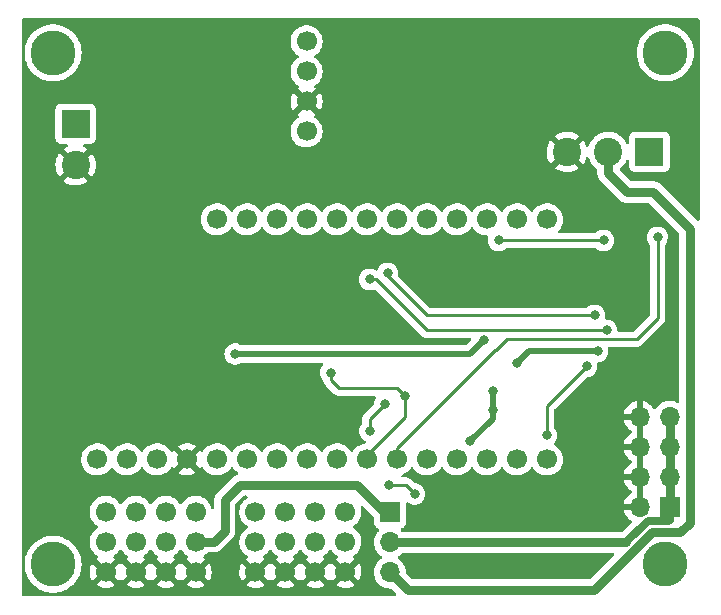
<source format=gbr>
%TF.GenerationSoftware,KiCad,Pcbnew,(6.0.8-1)-1*%
%TF.CreationDate,2022-12-25T14:42:34-06:00*%
%TF.ProjectId,M4_CAN_Feather_Carrier,4d345f43-414e-45f4-9665-61746865725f,rev?*%
%TF.SameCoordinates,Original*%
%TF.FileFunction,Copper,L2,Bot*%
%TF.FilePolarity,Positive*%
%FSLAX46Y46*%
G04 Gerber Fmt 4.6, Leading zero omitted, Abs format (unit mm)*
G04 Created by KiCad (PCBNEW (6.0.8-1)-1) date 2022-12-25 14:42:34*
%MOMM*%
%LPD*%
G01*
G04 APERTURE LIST*
%TA.AperFunction,ComponentPad*%
%ADD10R,1.700000X1.700000*%
%TD*%
%TA.AperFunction,ComponentPad*%
%ADD11O,1.700000X1.700000*%
%TD*%
%TA.AperFunction,ComponentPad*%
%ADD12C,3.800000*%
%TD*%
%TA.AperFunction,ComponentPad*%
%ADD13R,2.400000X2.400000*%
%TD*%
%TA.AperFunction,ComponentPad*%
%ADD14C,2.400000*%
%TD*%
%TA.AperFunction,ComponentPad*%
%ADD15C,1.700000*%
%TD*%
%TA.AperFunction,ViaPad*%
%ADD16C,0.800000*%
%TD*%
%TA.AperFunction,Conductor*%
%ADD17C,0.250000*%
%TD*%
%TA.AperFunction,Conductor*%
%ADD18C,0.800000*%
%TD*%
%TA.AperFunction,Conductor*%
%ADD19C,0.750000*%
%TD*%
%TA.AperFunction,Conductor*%
%ADD20C,0.500000*%
%TD*%
%TA.AperFunction,Conductor*%
%ADD21C,0.700000*%
%TD*%
G04 APERTURE END LIST*
D10*
%TO.P,J5,1,Pin_1*%
%TO.N,+3.3V*%
X111700000Y-104820000D03*
D11*
%TO.P,J5,2,Pin_2*%
%TO.N,VDD*%
X111700000Y-107360000D03*
%TO.P,J5,3,Pin_3*%
%TO.N,+5V*%
X111700000Y-109900000D03*
%TD*%
D12*
%TO.P,H1,1,1*%
%TO.N,N/C*%
X135017000Y-109220000D03*
%TD*%
D13*
%TO.P,J2,1,Pin_1*%
%TO.N,/NEOPIXEL*%
X133675000Y-74295000D03*
D14*
%TO.P,J2,2,Pin_2*%
%TO.N,+5V*%
X130175000Y-74295000D03*
%TO.P,J2,3,Pin_3*%
%TO.N,GND*%
X126675000Y-74295000D03*
%TD*%
D12*
%TO.P,H2,1,1*%
%TO.N,unconnected-(H2-Pad1)*%
X83185000Y-65913000D03*
%TD*%
%TO.P,H4,1,1*%
%TO.N,unconnected-(H4-Pad1)*%
X83185000Y-109220000D03*
%TD*%
%TO.P,H3,1,1*%
%TO.N,unconnected-(H3-Pad1)*%
X135017000Y-65913000D03*
%TD*%
D15*
%TO.P,U1,1,EN*%
%TO.N,Net-(R5-Pad2)*%
X104648000Y-64936000D03*
%TO.P,U1,2,VIN*%
%TO.N,+12V*%
X104648000Y-67476000D03*
%TO.P,U1,3,GND*%
%TO.N,GND*%
X104648000Y-70016000D03*
%TO.P,U1,4,VOUT*%
%TO.N,+5V*%
X104648000Y-72556000D03*
%TD*%
%TO.P,J3,1,S1*%
%TO.N,Net-(J3-Pad1)*%
X100310000Y-104775000D03*
%TO.P,J3,2,P1*%
%TO.N,VDD*%
X100310000Y-107315000D03*
%TO.P,J3,3,G1*%
%TO.N,GND*%
X100310000Y-109855000D03*
%TO.P,J3,4,S2*%
%TO.N,Net-(J3-Pad4)*%
X102850000Y-104775000D03*
%TO.P,J3,5,P2*%
%TO.N,VDD*%
X102850000Y-107315000D03*
%TO.P,J3,6,G2*%
%TO.N,GND*%
X102850000Y-109855000D03*
%TO.P,J3,7,S3*%
%TO.N,Net-(J3-Pad7)*%
X105390000Y-104775000D03*
%TO.P,J3,8,P3*%
%TO.N,VDD*%
X105390000Y-107315000D03*
%TO.P,J3,9,G3*%
%TO.N,GND*%
X105390000Y-109855000D03*
%TO.P,J3,10,S4*%
%TO.N,Net-(J3-Pad10)*%
X107930000Y-104775000D03*
%TO.P,J3,11,P4*%
%TO.N,VDD*%
X107930000Y-107315000D03*
%TO.P,J3,12,G4*%
%TO.N,GND*%
X107930000Y-109855000D03*
%TD*%
%TO.P,J7,1,S1*%
%TO.N,Net-(J7-Pad1)*%
X87630000Y-104775000D03*
%TO.P,J7,2,P1*%
%TO.N,+3.3V*%
X87630000Y-107315000D03*
%TO.P,J7,3,G1*%
%TO.N,GND*%
X87630000Y-109855000D03*
%TO.P,J7,4,S2*%
%TO.N,Net-(J7-Pad4)*%
X90170000Y-104775000D03*
%TO.P,J7,5,P2*%
%TO.N,+3.3V*%
X90170000Y-107315000D03*
%TO.P,J7,6,G2*%
%TO.N,GND*%
X90170000Y-109855000D03*
%TO.P,J7,7,S3*%
%TO.N,Net-(J7-Pad7)*%
X92710000Y-104775000D03*
%TO.P,J7,8,P3*%
%TO.N,+3.3V*%
X92710000Y-107315000D03*
%TO.P,J7,9,G3*%
%TO.N,GND*%
X92710000Y-109855000D03*
%TO.P,J7,10,S4*%
%TO.N,Net-(J7-Pad10)*%
X95250000Y-104775000D03*
%TO.P,J7,11,P4*%
%TO.N,+3.3V*%
X95250000Y-107315000D03*
%TO.P,J7,12,G4*%
%TO.N,GND*%
X95250000Y-109855000D03*
%TD*%
D13*
%TO.P,J1,1,Pin_1*%
%TO.N,+BATT*%
X85090000Y-71910000D03*
D14*
%TO.P,J1,2,Pin_2*%
%TO.N,GND*%
X85090000Y-75410000D03*
%TD*%
D15*
%TO.P,U2,1,RST*%
%TO.N,unconnected-(U2-Pad1)*%
X86930000Y-100330000D03*
%TO.P,U2,2,3V*%
%TO.N,+3.3V*%
X89440000Y-100330000D03*
%TO.P,U2,3,ARef*%
%TO.N,unconnected-(U2-Pad3)*%
X91980000Y-100330000D03*
%TO.P,U2,4,GND*%
%TO.N,GND*%
X94520000Y-100330000D03*
%TO.P,U2,5,A0*%
%TO.N,/A0*%
X97060000Y-100330000D03*
%TO.P,U2,6,A1*%
%TO.N,/A1*%
X99600000Y-100330000D03*
%TO.P,U2,7,A2*%
%TO.N,/A2*%
X102140000Y-100330000D03*
%TO.P,U2,8,A3*%
%TO.N,/A3*%
X104680000Y-100330000D03*
%TO.P,U2,9,A4*%
%TO.N,unconnected-(U2-Pad9)*%
X107220000Y-100330000D03*
%TO.P,U2,10,A5*%
%TO.N,/LS_OE*%
X109760000Y-100330000D03*
%TO.P,U2,11,SCK*%
%TO.N,/SCL_2*%
X112300000Y-100330000D03*
%TO.P,U2,12,MOSI*%
%TO.N,unconnected-(U2-Pad12)*%
X114840000Y-100330000D03*
%TO.P,U2,13,MISO*%
%TO.N,unconnected-(U2-Pad13)*%
X117380000Y-100330000D03*
%TO.P,U2,14,D0*%
%TO.N,/SCL_1*%
X119920000Y-100330000D03*
%TO.P,U2,15,D1*%
%TO.N,/SDA_1*%
X122460000Y-100330000D03*
%TO.P,U2,16,D4*%
%TO.N,/NEOPIXEL*%
X125000000Y-100330000D03*
%TO.P,U2,17,SDA*%
%TO.N,/SDA*%
X125000000Y-80010000D03*
%TO.P,U2,18,SCL*%
%TO.N,/SCL*%
X122460000Y-80010000D03*
%TO.P,U2,19,D5*%
%TO.N,/SDA_2*%
X119920000Y-80010000D03*
%TO.P,U2,20,D6*%
%TO.N,/DIO0*%
X117380000Y-80010000D03*
%TO.P,U2,21,D9*%
%TO.N,/DIO1*%
X114840000Y-80010000D03*
%TO.P,U2,22,D10*%
%TO.N,/DIO2*%
X112300000Y-80010000D03*
%TO.P,U2,23,D11*%
%TO.N,/DIO3*%
X109760000Y-80010000D03*
%TO.P,U2,24,D12*%
%TO.N,/SDA_3*%
X107220000Y-80010000D03*
%TO.P,U2,25,D13*%
%TO.N,/SCL_3*%
X104680000Y-80010000D03*
%TO.P,U2,26,VBUS*%
%TO.N,Net-(SW1-Pad1)*%
X102140000Y-80010000D03*
%TO.P,U2,27,EN*%
%TO.N,unconnected-(U2-Pad27)*%
X99600000Y-80010000D03*
%TO.P,U2,28,VBAT*%
%TO.N,unconnected-(U2-Pad28)*%
X97060000Y-80010000D03*
%TD*%
D10*
%TO.P,J4,1,Pin_1*%
%TO.N,VDD*%
X135375000Y-104340000D03*
D11*
%TO.P,J4,2,Pin_2*%
%TO.N,GND*%
X132835000Y-104340000D03*
%TO.P,J4,3,Pin_3*%
%TO.N,VDD*%
X135375000Y-101800000D03*
%TO.P,J4,4,Pin_4*%
%TO.N,GND*%
X132835000Y-101800000D03*
%TO.P,J4,5,Pin_5*%
%TO.N,VDD*%
X135375000Y-99260000D03*
%TO.P,J4,6,Pin_6*%
%TO.N,GND*%
X132835000Y-99260000D03*
%TO.P,J4,7,Pin_7*%
%TO.N,VDD*%
X135375000Y-96720000D03*
%TO.P,J4,8,Pin_8*%
%TO.N,GND*%
X132835000Y-96720000D03*
%TD*%
D16*
%TO.N,GND*%
X135546000Y-90678000D03*
X130810000Y-84074000D03*
X110871000Y-87376000D03*
X123100500Y-86614000D03*
X130048000Y-92964000D03*
X135546000Y-81788000D03*
X126533000Y-108800000D03*
X107300000Y-87900000D03*
X91821000Y-88265000D03*
X118100000Y-108800000D03*
X116600000Y-104394000D03*
X125263000Y-103886000D03*
%TO.N,/NEOPIXEL*%
X124968000Y-98298000D03*
X128353500Y-92456000D03*
%TO.N,+3.3V*%
X129286000Y-91186000D03*
X119700000Y-90200000D03*
X122428000Y-92202000D03*
X98600000Y-91400000D03*
%TO.N,/LS_OE*%
X106700000Y-93000000D03*
X113000000Y-95000000D03*
%TO.N,/SCL_2*%
X134366000Y-81534000D03*
%TO.N,/SDA_2*%
X129794000Y-81788000D03*
X120904000Y-81788000D03*
%TO.N,/SDA_3*%
X129032000Y-88138000D03*
X111506000Y-84582000D03*
%TO.N,/SCL_3*%
X109982000Y-85090000D03*
X130048000Y-89408000D03*
%TO.N,Net-(J3-Pad4)*%
X111252000Y-95631000D03*
X109982000Y-97917000D03*
%TO.N,Net-(J3-Pad7)*%
X113792000Y-103251000D03*
X111633000Y-102489000D03*
%TO.N,VDD*%
X120396000Y-96139000D03*
X118491000Y-98806000D03*
X120396000Y-94525500D03*
%TD*%
D17*
%TO.N,/NEOPIXEL*%
X128353500Y-92456000D02*
X124968000Y-95841500D01*
X124968000Y-98044000D02*
X124968000Y-98298000D01*
X124968000Y-95841500D02*
X124968000Y-98044000D01*
D18*
%TO.N,+5V*%
X133900000Y-106500000D02*
X136300000Y-106500000D01*
X137100000Y-105700000D02*
X137100000Y-80800000D01*
X111700000Y-109900000D02*
X113200000Y-111400000D01*
X136300000Y-106500000D02*
X137100000Y-105700000D01*
X131800000Y-77700000D02*
X130175000Y-76075000D01*
X134000000Y-77700000D02*
X131800000Y-77700000D01*
X113200000Y-111400000D02*
X129000000Y-111400000D01*
X130175000Y-76075000D02*
X130175000Y-74295000D01*
X129000000Y-111400000D02*
X133900000Y-106500000D01*
X137100000Y-80800000D02*
X134000000Y-77700000D01*
D19*
%TO.N,+3.3V*%
X97700000Y-103800000D02*
X97700000Y-106400000D01*
X96785000Y-107315000D02*
X95250000Y-107315000D01*
D20*
X123444000Y-91186000D02*
X129286000Y-91186000D01*
X118500000Y-91400000D02*
X119700000Y-90200000D01*
D17*
X111700000Y-104820000D02*
X111220000Y-104820000D01*
D19*
X108900000Y-102500000D02*
X99000000Y-102500000D01*
X99000000Y-102500000D02*
X97700000Y-103800000D01*
X97700000Y-106400000D02*
X96785000Y-107315000D01*
D20*
X122428000Y-92202000D02*
X123444000Y-91186000D01*
D19*
X111220000Y-104820000D02*
X108900000Y-102500000D01*
D20*
X98600000Y-91400000D02*
X118500000Y-91400000D01*
D17*
%TO.N,/LS_OE*%
X112300000Y-94300000D02*
X107400000Y-94300000D01*
X113000000Y-95000000D02*
X112300000Y-94300000D01*
X109760000Y-100330000D02*
X109760000Y-99940000D01*
X109760000Y-99940000D02*
X113000000Y-96700000D01*
X113000000Y-96700000D02*
X113000000Y-95000000D01*
X107400000Y-94300000D02*
X106700000Y-93600000D01*
X106700000Y-93600000D02*
X106700000Y-93000000D01*
%TO.N,/SCL_2*%
X121630000Y-90170000D02*
X120700000Y-91100000D01*
X120700000Y-91100000D02*
X120600000Y-91100000D01*
X134366000Y-81534000D02*
X134366000Y-88392000D01*
X112300000Y-99400000D02*
X112300000Y-100330000D01*
X120600000Y-91100000D02*
X112300000Y-99400000D01*
X132588000Y-90170000D02*
X121630000Y-90170000D01*
X134366000Y-88392000D02*
X132588000Y-90170000D01*
%TO.N,/SDA_2*%
X129794000Y-81788000D02*
X120904000Y-81788000D01*
%TO.N,/SDA_3*%
X129032000Y-88138000D02*
X114808000Y-88138000D01*
X111506000Y-84836000D02*
X111506000Y-84582000D01*
X111506000Y-84836000D02*
X114808000Y-88138000D01*
%TO.N,/SCL_3*%
X114808000Y-89408000D02*
X130048000Y-89408000D01*
X109982000Y-85090000D02*
X110490000Y-85090000D01*
X110490000Y-85090000D02*
X114808000Y-89408000D01*
%TO.N,Net-(J3-Pad4)*%
X109982000Y-96901000D02*
X109982000Y-97917000D01*
X111252000Y-95631000D02*
X109982000Y-96901000D01*
%TO.N,Net-(J3-Pad7)*%
X113030000Y-102489000D02*
X111633000Y-102489000D01*
X113792000Y-103251000D02*
X113030000Y-102489000D01*
D21*
%TO.N,VDD*%
X135250000Y-105550000D02*
X133604899Y-105550000D01*
D19*
X111700000Y-107360000D02*
X131661142Y-107360000D01*
D20*
X120396000Y-94525500D02*
X120396000Y-96139000D01*
D21*
X135375000Y-105425000D02*
X135250000Y-105550000D01*
X131661142Y-107360000D02*
X131696498Y-107360000D01*
D19*
X135400000Y-96720000D02*
X135400000Y-104340000D01*
D20*
X120396000Y-96139000D02*
X120396000Y-96901000D01*
X120396000Y-96901000D02*
X118491000Y-98806000D01*
D21*
X131696498Y-107360000D02*
X133428249Y-105628249D01*
X135375000Y-104340000D02*
X135375000Y-105425000D01*
D19*
X135375000Y-97244745D02*
X135375000Y-104340000D01*
%TD*%
%TA.AperFunction,Conductor*%
%TO.N,GND*%
G36*
X137863621Y-63014502D02*
G01*
X137910114Y-63068158D01*
X137921500Y-63120500D01*
X137921500Y-80028369D01*
X137901498Y-80096490D01*
X137847842Y-80142983D01*
X137777568Y-80153087D01*
X137712653Y-80122689D01*
X137711253Y-80121134D01*
X137699865Y-80112860D01*
X137684832Y-80100019D01*
X134699981Y-77115168D01*
X134687140Y-77100135D01*
X134682746Y-77094087D01*
X134682745Y-77094086D01*
X134678866Y-77088747D01*
X134628041Y-77042984D01*
X134623256Y-77038443D01*
X134608741Y-77023928D01*
X134601282Y-77017888D01*
X134592784Y-77011006D01*
X134587769Y-77006722D01*
X134541855Y-76965381D01*
X134541850Y-76965377D01*
X134536944Y-76960960D01*
X134531228Y-76957660D01*
X134531224Y-76957657D01*
X134524763Y-76953927D01*
X134508466Y-76942727D01*
X134502660Y-76938025D01*
X134502658Y-76938024D01*
X134497530Y-76933871D01*
X134436577Y-76902814D01*
X134430782Y-76899667D01*
X134377279Y-76868777D01*
X134377278Y-76868776D01*
X134371556Y-76865473D01*
X134365274Y-76863432D01*
X134365272Y-76863431D01*
X134358174Y-76861125D01*
X134339907Y-76853559D01*
X134327370Y-76847171D01*
X134261299Y-76829467D01*
X134254997Y-76827600D01*
X134189928Y-76806458D01*
X134183363Y-76805768D01*
X134183354Y-76805766D01*
X134175925Y-76804985D01*
X134156491Y-76801383D01*
X134149286Y-76799453D01*
X134149284Y-76799453D01*
X134142903Y-76797743D01*
X134136312Y-76797398D01*
X134136308Y-76797397D01*
X134074616Y-76794164D01*
X134068042Y-76793647D01*
X134050884Y-76791844D01*
X134050882Y-76791844D01*
X134047610Y-76791500D01*
X134027074Y-76791500D01*
X134020480Y-76791327D01*
X133958782Y-76788093D01*
X133958777Y-76788093D01*
X133952190Y-76787748D01*
X133938292Y-76789949D01*
X133918583Y-76791500D01*
X132228503Y-76791500D01*
X132160382Y-76771498D01*
X132139408Y-76754595D01*
X131215951Y-75831138D01*
X131181925Y-75768826D01*
X131186990Y-75698011D01*
X131223634Y-75645876D01*
X131375862Y-75517006D01*
X131543295Y-75326084D01*
X131557686Y-75303712D01*
X131678141Y-75116442D01*
X131680669Y-75112512D01*
X131725618Y-75012729D01*
X131771834Y-74958835D01*
X131839850Y-74938482D01*
X131908073Y-74958132D01*
X131954842Y-75011547D01*
X131966500Y-75064480D01*
X131966500Y-75543134D01*
X131973255Y-75605316D01*
X132024385Y-75741705D01*
X132111739Y-75858261D01*
X132228295Y-75945615D01*
X132364684Y-75996745D01*
X132426866Y-76003500D01*
X134923134Y-76003500D01*
X134985316Y-75996745D01*
X135121705Y-75945615D01*
X135238261Y-75858261D01*
X135325615Y-75741705D01*
X135376745Y-75605316D01*
X135383500Y-75543134D01*
X135383500Y-73046866D01*
X135376745Y-72984684D01*
X135325615Y-72848295D01*
X135238261Y-72731739D01*
X135121705Y-72644385D01*
X134985316Y-72593255D01*
X134923134Y-72586500D01*
X132426866Y-72586500D01*
X132364684Y-72593255D01*
X132228295Y-72644385D01*
X132111739Y-72731739D01*
X132024385Y-72848295D01*
X131973255Y-72984684D01*
X131966500Y-73046866D01*
X131966500Y-73516052D01*
X131946498Y-73584173D01*
X131892842Y-73630666D01*
X131822568Y-73640770D01*
X131757988Y-73611276D01*
X131725829Y-73565639D01*
X131725099Y-73565987D01*
X131723084Y-73561762D01*
X131721391Y-73557409D01*
X131719073Y-73553353D01*
X131597702Y-73340997D01*
X131597700Y-73340995D01*
X131595383Y-73336940D01*
X131438171Y-73137517D01*
X131253209Y-72963523D01*
X131204443Y-72929693D01*
X131048393Y-72821437D01*
X131048390Y-72821435D01*
X131044561Y-72818779D01*
X131040384Y-72816719D01*
X131040377Y-72816715D01*
X130820996Y-72708528D01*
X130820992Y-72708527D01*
X130816810Y-72706464D01*
X130574960Y-72629047D01*
X130570355Y-72628297D01*
X130328935Y-72588980D01*
X130328934Y-72588980D01*
X130324323Y-72588229D01*
X130197365Y-72586567D01*
X130075083Y-72584966D01*
X130075080Y-72584966D01*
X130070406Y-72584905D01*
X129818787Y-72619149D01*
X129814301Y-72620457D01*
X129814299Y-72620457D01*
X129787401Y-72628297D01*
X129574993Y-72690208D01*
X129570740Y-72692168D01*
X129570739Y-72692169D01*
X129542818Y-72705041D01*
X129344380Y-72796522D01*
X129340471Y-72799085D01*
X129135928Y-72933189D01*
X129135923Y-72933193D01*
X129132015Y-72935755D01*
X129077195Y-72984684D01*
X128990062Y-73062453D01*
X128942562Y-73104848D01*
X128780183Y-73300087D01*
X128648447Y-73517182D01*
X128646638Y-73521496D01*
X128646637Y-73521498D01*
X128559552Y-73729173D01*
X128550246Y-73751365D01*
X128546804Y-73764919D01*
X128510651Y-73826019D01*
X128447203Y-73857875D01*
X128376604Y-73850371D01*
X128321269Y-73805890D01*
X128307248Y-73779571D01*
X128222633Y-73561983D01*
X128218619Y-73553567D01*
X128097284Y-73341276D01*
X128092074Y-73333553D01*
X128060787Y-73293865D01*
X128048863Y-73285395D01*
X128037328Y-73291882D01*
X127047022Y-74282188D01*
X127039408Y-74296132D01*
X127039539Y-74297965D01*
X127043790Y-74304580D01*
X128038732Y-75299522D01*
X128051112Y-75306282D01*
X128059453Y-75300038D01*
X128177700Y-75116202D01*
X128182147Y-75108011D01*
X128282572Y-74885076D01*
X128285766Y-74876302D01*
X128303237Y-74814354D01*
X128340979Y-74754220D01*
X128405240Y-74724038D01*
X128475618Y-74733389D01*
X128529769Y-74779304D01*
X128543093Y-74805977D01*
X128609831Y-74991858D01*
X128612048Y-74995984D01*
X128727666Y-75211160D01*
X128730025Y-75215551D01*
X128732820Y-75219294D01*
X128732822Y-75219297D01*
X128879171Y-75415282D01*
X128879176Y-75415288D01*
X128881963Y-75419020D01*
X128885272Y-75422300D01*
X128885277Y-75422306D01*
X129058990Y-75594509D01*
X129062307Y-75597797D01*
X129066069Y-75600555D01*
X129066072Y-75600558D01*
X129127879Y-75645876D01*
X129215006Y-75709760D01*
X129258113Y-75766170D01*
X129266500Y-75811371D01*
X129266500Y-75993583D01*
X129264949Y-76013293D01*
X129262748Y-76027190D01*
X129263093Y-76033777D01*
X129263093Y-76033782D01*
X129266327Y-76095480D01*
X129266500Y-76102074D01*
X129266500Y-76122610D01*
X129266844Y-76125882D01*
X129266844Y-76125884D01*
X129268647Y-76143042D01*
X129269164Y-76149616D01*
X129272743Y-76217903D01*
X129274453Y-76224284D01*
X129274453Y-76224286D01*
X129276383Y-76231491D01*
X129279985Y-76250925D01*
X129280766Y-76258354D01*
X129280768Y-76258363D01*
X129281458Y-76264928D01*
X129302600Y-76329997D01*
X129304467Y-76336299D01*
X129322171Y-76402370D01*
X129326193Y-76410263D01*
X129328559Y-76414907D01*
X129336125Y-76433173D01*
X129340473Y-76446556D01*
X129343776Y-76452278D01*
X129343777Y-76452279D01*
X129374667Y-76505782D01*
X129377814Y-76511577D01*
X129408871Y-76572530D01*
X129413024Y-76577658D01*
X129413025Y-76577660D01*
X129417727Y-76583466D01*
X129428927Y-76599763D01*
X129432657Y-76606224D01*
X129432660Y-76606228D01*
X129435960Y-76611944D01*
X129440377Y-76616850D01*
X129440381Y-76616855D01*
X129481722Y-76662769D01*
X129486006Y-76667784D01*
X129498928Y-76683741D01*
X129513443Y-76698256D01*
X129517984Y-76703041D01*
X129563747Y-76753866D01*
X129569086Y-76757745D01*
X129569087Y-76757746D01*
X129575135Y-76762140D01*
X129590168Y-76774981D01*
X131100019Y-78284832D01*
X131112860Y-78299865D01*
X131121134Y-78311253D01*
X131126043Y-78315673D01*
X131171959Y-78357016D01*
X131176744Y-78361557D01*
X131191259Y-78376072D01*
X131193823Y-78378148D01*
X131207216Y-78388994D01*
X131212231Y-78393278D01*
X131258145Y-78434619D01*
X131258150Y-78434623D01*
X131263056Y-78439040D01*
X131268772Y-78442340D01*
X131268776Y-78442343D01*
X131275237Y-78446073D01*
X131291533Y-78457273D01*
X131302470Y-78466129D01*
X131363421Y-78497185D01*
X131369215Y-78500331D01*
X131428444Y-78534527D01*
X131434726Y-78536568D01*
X131434728Y-78536569D01*
X131441826Y-78538875D01*
X131460092Y-78546440D01*
X131472630Y-78552829D01*
X131538701Y-78570533D01*
X131545003Y-78572400D01*
X131610072Y-78593542D01*
X131616637Y-78594232D01*
X131616646Y-78594234D01*
X131624075Y-78595015D01*
X131643509Y-78598617D01*
X131650714Y-78600547D01*
X131650716Y-78600547D01*
X131657097Y-78602257D01*
X131663688Y-78602602D01*
X131663692Y-78602603D01*
X131725384Y-78605836D01*
X131731958Y-78606353D01*
X131749116Y-78608156D01*
X131749118Y-78608156D01*
X131752390Y-78608500D01*
X131772926Y-78608500D01*
X131779520Y-78608673D01*
X131841218Y-78611907D01*
X131841223Y-78611907D01*
X131847810Y-78612252D01*
X131861708Y-78610051D01*
X131881417Y-78608500D01*
X133571497Y-78608500D01*
X133639618Y-78628502D01*
X133660592Y-78645405D01*
X136154595Y-81139408D01*
X136188621Y-81201720D01*
X136191500Y-81228503D01*
X136191500Y-95405422D01*
X136171498Y-95473543D01*
X136117842Y-95520036D01*
X136047568Y-95530140D01*
X136004607Y-95515731D01*
X135938316Y-95479137D01*
X135933789Y-95476638D01*
X135928920Y-95474914D01*
X135928916Y-95474912D01*
X135728087Y-95403795D01*
X135728083Y-95403794D01*
X135723212Y-95402069D01*
X135718119Y-95401162D01*
X135718116Y-95401161D01*
X135508373Y-95363800D01*
X135508367Y-95363799D01*
X135503284Y-95362894D01*
X135429452Y-95361992D01*
X135285081Y-95360228D01*
X135285079Y-95360228D01*
X135279911Y-95360165D01*
X135059091Y-95393955D01*
X134846756Y-95463357D01*
X134807228Y-95483934D01*
X134666799Y-95557037D01*
X134648607Y-95566507D01*
X134644474Y-95569610D01*
X134644471Y-95569612D01*
X134474100Y-95697530D01*
X134469965Y-95700635D01*
X134315629Y-95862138D01*
X134312715Y-95866410D01*
X134312714Y-95866411D01*
X134309328Y-95871375D01*
X134215939Y-96008279D01*
X134207898Y-96020066D01*
X134152987Y-96065069D01*
X134082462Y-96073240D01*
X134018715Y-96041986D01*
X133998018Y-96017502D01*
X133917426Y-95892926D01*
X133911136Y-95884757D01*
X133767806Y-95727240D01*
X133760273Y-95720215D01*
X133593139Y-95588222D01*
X133584552Y-95582517D01*
X133398117Y-95479599D01*
X133388705Y-95475369D01*
X133187959Y-95404280D01*
X133177988Y-95401646D01*
X133106837Y-95388972D01*
X133093540Y-95390432D01*
X133089000Y-95404989D01*
X133089000Y-104468000D01*
X133068998Y-104536121D01*
X133015342Y-104582614D01*
X132963000Y-104594000D01*
X131518225Y-104594000D01*
X131504694Y-104597973D01*
X131503257Y-104607966D01*
X131533565Y-104742446D01*
X131536645Y-104752275D01*
X131616770Y-104949603D01*
X131621413Y-104958794D01*
X131732694Y-105140388D01*
X131738777Y-105148699D01*
X131878213Y-105309667D01*
X131885580Y-105316883D01*
X132049434Y-105452916D01*
X132057881Y-105458831D01*
X132122434Y-105496553D01*
X132171158Y-105548192D01*
X132184229Y-105617975D01*
X132157498Y-105683747D01*
X132147959Y-105694436D01*
X131402800Y-106439595D01*
X131340488Y-106473621D01*
X131313705Y-106476500D01*
X112788605Y-106476500D01*
X112720484Y-106456498D01*
X112695412Y-106435300D01*
X112651589Y-106387140D01*
X112632796Y-106366487D01*
X112601745Y-106302643D01*
X112610139Y-106232144D01*
X112655316Y-106177375D01*
X112681760Y-106163706D01*
X112788297Y-106123767D01*
X112796705Y-106120615D01*
X112913261Y-106033261D01*
X113000615Y-105916705D01*
X113051745Y-105780316D01*
X113058500Y-105718134D01*
X113058500Y-104088337D01*
X113078502Y-104020216D01*
X113132158Y-103973723D01*
X113202432Y-103963619D01*
X113258560Y-103986400D01*
X113335248Y-104042118D01*
X113341276Y-104044802D01*
X113341278Y-104044803D01*
X113459416Y-104097401D01*
X113509712Y-104119794D01*
X113584026Y-104135590D01*
X113690056Y-104158128D01*
X113690061Y-104158128D01*
X113696513Y-104159500D01*
X113887487Y-104159500D01*
X113893939Y-104158128D01*
X113893944Y-104158128D01*
X113999974Y-104135590D01*
X114074288Y-104119794D01*
X114124584Y-104097401D01*
X114176733Y-104074183D01*
X131499389Y-104074183D01*
X131500912Y-104082607D01*
X131513292Y-104086000D01*
X132562885Y-104086000D01*
X132578124Y-104081525D01*
X132579329Y-104080135D01*
X132581000Y-104072452D01*
X132581000Y-102072115D01*
X132576525Y-102056876D01*
X132575135Y-102055671D01*
X132567452Y-102054000D01*
X131518225Y-102054000D01*
X131504694Y-102057973D01*
X131503257Y-102067966D01*
X131533565Y-102202446D01*
X131536645Y-102212275D01*
X131616770Y-102409603D01*
X131621413Y-102418794D01*
X131732694Y-102600388D01*
X131738777Y-102608699D01*
X131878213Y-102769667D01*
X131885580Y-102776883D01*
X132049434Y-102912916D01*
X132057881Y-102918831D01*
X132127479Y-102959501D01*
X132176203Y-103011140D01*
X132189274Y-103080923D01*
X132162543Y-103146694D01*
X132122087Y-103180053D01*
X132113462Y-103184542D01*
X132104738Y-103190036D01*
X131934433Y-103317905D01*
X131926726Y-103324748D01*
X131779590Y-103478717D01*
X131773104Y-103486727D01*
X131653098Y-103662649D01*
X131648000Y-103671623D01*
X131558338Y-103864783D01*
X131554775Y-103874470D01*
X131499389Y-104074183D01*
X114176733Y-104074183D01*
X114242722Y-104044803D01*
X114242724Y-104044802D01*
X114248752Y-104042118D01*
X114278898Y-104020216D01*
X114304157Y-104001864D01*
X114403253Y-103929866D01*
X114531040Y-103787944D01*
X114607994Y-103654656D01*
X114623223Y-103628279D01*
X114623224Y-103628278D01*
X114626527Y-103622556D01*
X114685542Y-103440928D01*
X114688168Y-103415948D01*
X114704814Y-103257565D01*
X114705504Y-103251000D01*
X114699510Y-103193969D01*
X114686232Y-103067635D01*
X114686232Y-103067633D01*
X114685542Y-103061072D01*
X114626527Y-102879444D01*
X114531040Y-102714056D01*
X114506510Y-102686812D01*
X114407675Y-102577045D01*
X114407674Y-102577044D01*
X114403253Y-102572134D01*
X114288829Y-102489000D01*
X114254094Y-102463763D01*
X114254093Y-102463762D01*
X114248752Y-102459882D01*
X114242724Y-102457198D01*
X114242722Y-102457197D01*
X114080319Y-102384891D01*
X114080318Y-102384891D01*
X114074288Y-102382206D01*
X113980888Y-102362353D01*
X113893944Y-102343872D01*
X113893939Y-102343872D01*
X113887487Y-102342500D01*
X113831595Y-102342500D01*
X113763474Y-102322498D01*
X113742500Y-102305595D01*
X113533652Y-102096747D01*
X113526112Y-102088461D01*
X113522000Y-102081982D01*
X113472348Y-102035356D01*
X113469507Y-102032602D01*
X113449770Y-102012865D01*
X113446573Y-102010385D01*
X113437551Y-102002680D01*
X113411100Y-101977841D01*
X113405321Y-101972414D01*
X113398375Y-101968595D01*
X113398372Y-101968593D01*
X113387566Y-101962652D01*
X113371047Y-101951801D01*
X113365048Y-101947148D01*
X113355041Y-101939386D01*
X113347772Y-101936241D01*
X113347768Y-101936238D01*
X113314463Y-101921826D01*
X113303813Y-101916609D01*
X113265060Y-101895305D01*
X113245437Y-101890267D01*
X113226734Y-101883863D01*
X113215420Y-101878967D01*
X113215419Y-101878967D01*
X113208145Y-101875819D01*
X113200322Y-101874580D01*
X113200312Y-101874577D01*
X113164476Y-101868901D01*
X113152856Y-101866495D01*
X113117711Y-101857472D01*
X113117710Y-101857472D01*
X113110030Y-101855500D01*
X113089776Y-101855500D01*
X113070065Y-101853949D01*
X113057886Y-101852020D01*
X113050057Y-101850780D01*
X113042165Y-101851526D01*
X113006039Y-101854941D01*
X112994181Y-101855500D01*
X112801460Y-101855500D01*
X112733339Y-101835498D01*
X112686846Y-101781842D01*
X112676742Y-101711568D01*
X112706236Y-101646988D01*
X112765253Y-101608814D01*
X112792426Y-101600662D01*
X112792432Y-101600660D01*
X112797384Y-101599174D01*
X112997994Y-101500896D01*
X113179860Y-101371173D01*
X113216692Y-101334470D01*
X113334435Y-101217137D01*
X113338096Y-101213489D01*
X113387261Y-101145069D01*
X113468453Y-101032077D01*
X113469776Y-101033028D01*
X113516645Y-100989857D01*
X113586580Y-100977625D01*
X113652026Y-101005144D01*
X113679875Y-101036994D01*
X113739987Y-101135088D01*
X113886250Y-101303938D01*
X114058126Y-101446632D01*
X114251000Y-101559338D01*
X114459692Y-101639030D01*
X114464760Y-101640061D01*
X114464763Y-101640062D01*
X114569604Y-101661392D01*
X114678597Y-101683567D01*
X114683772Y-101683757D01*
X114683774Y-101683757D01*
X114896673Y-101691564D01*
X114896677Y-101691564D01*
X114901837Y-101691753D01*
X114906957Y-101691097D01*
X114906959Y-101691097D01*
X115118288Y-101664025D01*
X115118289Y-101664025D01*
X115123416Y-101663368D01*
X115128366Y-101661883D01*
X115332429Y-101600661D01*
X115332434Y-101600659D01*
X115337384Y-101599174D01*
X115537994Y-101500896D01*
X115719860Y-101371173D01*
X115756692Y-101334470D01*
X115874435Y-101217137D01*
X115878096Y-101213489D01*
X115927261Y-101145069D01*
X116008453Y-101032077D01*
X116009776Y-101033028D01*
X116056645Y-100989857D01*
X116126580Y-100977625D01*
X116192026Y-101005144D01*
X116219875Y-101036994D01*
X116279987Y-101135088D01*
X116426250Y-101303938D01*
X116598126Y-101446632D01*
X116791000Y-101559338D01*
X116999692Y-101639030D01*
X117004760Y-101640061D01*
X117004763Y-101640062D01*
X117109604Y-101661392D01*
X117218597Y-101683567D01*
X117223772Y-101683757D01*
X117223774Y-101683757D01*
X117436673Y-101691564D01*
X117436677Y-101691564D01*
X117441837Y-101691753D01*
X117446957Y-101691097D01*
X117446959Y-101691097D01*
X117658288Y-101664025D01*
X117658289Y-101664025D01*
X117663416Y-101663368D01*
X117668366Y-101661883D01*
X117872429Y-101600661D01*
X117872434Y-101600659D01*
X117877384Y-101599174D01*
X118077994Y-101500896D01*
X118259860Y-101371173D01*
X118296692Y-101334470D01*
X118414435Y-101217137D01*
X118418096Y-101213489D01*
X118467261Y-101145069D01*
X118548453Y-101032077D01*
X118549776Y-101033028D01*
X118596645Y-100989857D01*
X118666580Y-100977625D01*
X118732026Y-101005144D01*
X118759875Y-101036994D01*
X118819987Y-101135088D01*
X118966250Y-101303938D01*
X119138126Y-101446632D01*
X119331000Y-101559338D01*
X119539692Y-101639030D01*
X119544760Y-101640061D01*
X119544763Y-101640062D01*
X119649604Y-101661392D01*
X119758597Y-101683567D01*
X119763772Y-101683757D01*
X119763774Y-101683757D01*
X119976673Y-101691564D01*
X119976677Y-101691564D01*
X119981837Y-101691753D01*
X119986957Y-101691097D01*
X119986959Y-101691097D01*
X120198288Y-101664025D01*
X120198289Y-101664025D01*
X120203416Y-101663368D01*
X120208366Y-101661883D01*
X120412429Y-101600661D01*
X120412434Y-101600659D01*
X120417384Y-101599174D01*
X120617994Y-101500896D01*
X120799860Y-101371173D01*
X120836692Y-101334470D01*
X120954435Y-101217137D01*
X120958096Y-101213489D01*
X121007261Y-101145069D01*
X121088453Y-101032077D01*
X121089776Y-101033028D01*
X121136645Y-100989857D01*
X121206580Y-100977625D01*
X121272026Y-101005144D01*
X121299875Y-101036994D01*
X121359987Y-101135088D01*
X121506250Y-101303938D01*
X121678126Y-101446632D01*
X121871000Y-101559338D01*
X122079692Y-101639030D01*
X122084760Y-101640061D01*
X122084763Y-101640062D01*
X122189604Y-101661392D01*
X122298597Y-101683567D01*
X122303772Y-101683757D01*
X122303774Y-101683757D01*
X122516673Y-101691564D01*
X122516677Y-101691564D01*
X122521837Y-101691753D01*
X122526957Y-101691097D01*
X122526959Y-101691097D01*
X122738288Y-101664025D01*
X122738289Y-101664025D01*
X122743416Y-101663368D01*
X122748366Y-101661883D01*
X122952429Y-101600661D01*
X122952434Y-101600659D01*
X122957384Y-101599174D01*
X123157994Y-101500896D01*
X123339860Y-101371173D01*
X123376692Y-101334470D01*
X123494435Y-101217137D01*
X123498096Y-101213489D01*
X123547261Y-101145069D01*
X123628453Y-101032077D01*
X123629776Y-101033028D01*
X123676645Y-100989857D01*
X123746580Y-100977625D01*
X123812026Y-101005144D01*
X123839875Y-101036994D01*
X123899987Y-101135088D01*
X124046250Y-101303938D01*
X124218126Y-101446632D01*
X124411000Y-101559338D01*
X124619692Y-101639030D01*
X124624760Y-101640061D01*
X124624763Y-101640062D01*
X124729604Y-101661392D01*
X124838597Y-101683567D01*
X124843772Y-101683757D01*
X124843774Y-101683757D01*
X125056673Y-101691564D01*
X125056677Y-101691564D01*
X125061837Y-101691753D01*
X125066957Y-101691097D01*
X125066959Y-101691097D01*
X125278288Y-101664025D01*
X125278289Y-101664025D01*
X125283416Y-101663368D01*
X125288366Y-101661883D01*
X125492429Y-101600661D01*
X125492434Y-101600659D01*
X125497384Y-101599174D01*
X125630047Y-101534183D01*
X131499389Y-101534183D01*
X131500912Y-101542607D01*
X131513292Y-101546000D01*
X132562885Y-101546000D01*
X132578124Y-101541525D01*
X132579329Y-101540135D01*
X132581000Y-101532452D01*
X132581000Y-99532115D01*
X132576525Y-99516876D01*
X132575135Y-99515671D01*
X132567452Y-99514000D01*
X131518225Y-99514000D01*
X131504694Y-99517973D01*
X131503257Y-99527966D01*
X131533565Y-99662446D01*
X131536645Y-99672275D01*
X131616770Y-99869603D01*
X131621413Y-99878794D01*
X131732694Y-100060388D01*
X131738777Y-100068699D01*
X131878213Y-100229667D01*
X131885580Y-100236883D01*
X132049434Y-100372916D01*
X132057881Y-100378831D01*
X132127479Y-100419501D01*
X132176203Y-100471140D01*
X132189274Y-100540923D01*
X132162543Y-100606694D01*
X132122087Y-100640053D01*
X132113462Y-100644542D01*
X132104738Y-100650036D01*
X131934433Y-100777905D01*
X131926726Y-100784748D01*
X131779590Y-100938717D01*
X131773104Y-100946727D01*
X131653098Y-101122649D01*
X131648000Y-101131623D01*
X131558338Y-101324783D01*
X131554775Y-101334470D01*
X131499389Y-101534183D01*
X125630047Y-101534183D01*
X125697994Y-101500896D01*
X125879860Y-101371173D01*
X125916692Y-101334470D01*
X126034435Y-101217137D01*
X126038096Y-101213489D01*
X126087261Y-101145069D01*
X126165435Y-101036277D01*
X126168453Y-101032077D01*
X126181995Y-101004678D01*
X126265136Y-100836453D01*
X126265137Y-100836451D01*
X126267430Y-100831811D01*
X126324327Y-100644542D01*
X126330865Y-100623023D01*
X126330865Y-100623021D01*
X126332370Y-100618069D01*
X126361529Y-100396590D01*
X126361963Y-100378831D01*
X126363074Y-100333365D01*
X126363074Y-100333361D01*
X126363156Y-100330000D01*
X126344852Y-100107361D01*
X126290431Y-99890702D01*
X126201354Y-99685840D01*
X126092756Y-99517973D01*
X126082822Y-99502617D01*
X126082820Y-99502614D01*
X126080014Y-99498277D01*
X125929670Y-99333051D01*
X125925619Y-99329852D01*
X125925615Y-99329848D01*
X125758414Y-99197800D01*
X125758410Y-99197798D01*
X125754359Y-99194598D01*
X125645361Y-99134428D01*
X125595391Y-99083996D01*
X125580619Y-99014554D01*
X125588324Y-98994183D01*
X131499389Y-98994183D01*
X131500912Y-99002607D01*
X131513292Y-99006000D01*
X132562885Y-99006000D01*
X132578124Y-99001525D01*
X132579329Y-99000135D01*
X132581000Y-98992452D01*
X132581000Y-96992115D01*
X132576525Y-96976876D01*
X132575135Y-96975671D01*
X132567452Y-96974000D01*
X131518225Y-96974000D01*
X131504694Y-96977973D01*
X131503257Y-96987966D01*
X131533565Y-97122446D01*
X131536645Y-97132275D01*
X131616770Y-97329603D01*
X131621413Y-97338794D01*
X131732694Y-97520388D01*
X131738777Y-97528699D01*
X131878213Y-97689667D01*
X131885580Y-97696883D01*
X132049434Y-97832916D01*
X132057881Y-97838831D01*
X132127479Y-97879501D01*
X132176203Y-97931140D01*
X132189274Y-98000923D01*
X132162543Y-98066694D01*
X132122087Y-98100053D01*
X132113462Y-98104542D01*
X132104738Y-98110036D01*
X131934433Y-98237905D01*
X131926726Y-98244748D01*
X131779590Y-98398717D01*
X131773104Y-98406727D01*
X131653098Y-98582649D01*
X131648000Y-98591623D01*
X131558338Y-98784783D01*
X131554775Y-98794470D01*
X131499389Y-98994183D01*
X125588324Y-98994183D01*
X125605735Y-98948148D01*
X125612618Y-98939810D01*
X125707040Y-98834944D01*
X125802527Y-98669556D01*
X125861542Y-98487928D01*
X125868182Y-98424757D01*
X125880814Y-98304565D01*
X125881504Y-98298000D01*
X125863660Y-98128222D01*
X125862232Y-98114635D01*
X125862232Y-98114633D01*
X125861542Y-98108072D01*
X125858937Y-98100053D01*
X125804569Y-97932729D01*
X125802527Y-97926444D01*
X125797075Y-97917000D01*
X125765314Y-97861990D01*
X125707040Y-97761056D01*
X125633863Y-97679785D01*
X125603147Y-97615779D01*
X125601500Y-97595476D01*
X125601500Y-96454183D01*
X131499389Y-96454183D01*
X131500912Y-96462607D01*
X131513292Y-96466000D01*
X132562885Y-96466000D01*
X132578124Y-96461525D01*
X132579329Y-96460135D01*
X132581000Y-96452452D01*
X132581000Y-95403102D01*
X132577082Y-95389758D01*
X132562806Y-95387771D01*
X132524324Y-95393660D01*
X132514288Y-95396051D01*
X132311868Y-95462212D01*
X132302359Y-95466209D01*
X132113463Y-95564542D01*
X132104738Y-95570036D01*
X131934433Y-95697905D01*
X131926726Y-95704748D01*
X131779590Y-95858717D01*
X131773104Y-95866727D01*
X131653098Y-96042649D01*
X131648000Y-96051623D01*
X131558338Y-96244783D01*
X131554775Y-96254470D01*
X131499389Y-96454183D01*
X125601500Y-96454183D01*
X125601500Y-96156094D01*
X125621502Y-96087973D01*
X125638405Y-96066999D01*
X128304000Y-93401405D01*
X128366312Y-93367379D01*
X128393095Y-93364500D01*
X128448987Y-93364500D01*
X128455439Y-93363128D01*
X128455444Y-93363128D01*
X128542387Y-93344647D01*
X128635788Y-93324794D01*
X128641819Y-93322109D01*
X128804222Y-93249803D01*
X128804224Y-93249802D01*
X128810252Y-93247118D01*
X128964753Y-93134866D01*
X129092540Y-92992944D01*
X129188027Y-92827556D01*
X129247042Y-92645928D01*
X129267004Y-92456000D01*
X129256342Y-92354556D01*
X129247733Y-92272642D01*
X129247732Y-92272635D01*
X129247042Y-92266072D01*
X129244887Y-92259439D01*
X129244881Y-92259226D01*
X129243628Y-92253332D01*
X129244706Y-92253103D01*
X129242858Y-92188471D01*
X129279519Y-92127672D01*
X129343231Y-92096346D01*
X129364719Y-92094500D01*
X129381487Y-92094500D01*
X129387939Y-92093128D01*
X129387944Y-92093128D01*
X129478143Y-92073955D01*
X129568288Y-92054794D01*
X129649503Y-92018635D01*
X129736722Y-91979803D01*
X129736724Y-91979802D01*
X129742752Y-91977118D01*
X129760117Y-91964502D01*
X129805917Y-91931226D01*
X129897253Y-91864866D01*
X130025040Y-91722944D01*
X130120527Y-91557556D01*
X130179542Y-91375928D01*
X130189031Y-91285650D01*
X130198814Y-91192565D01*
X130199504Y-91186000D01*
X130183605Y-91034729D01*
X130180232Y-91002635D01*
X130180232Y-91002633D01*
X130179542Y-90996072D01*
X130177503Y-90989797D01*
X130177502Y-90989792D01*
X130170563Y-90968438D01*
X130168534Y-90897471D01*
X130205195Y-90836672D01*
X130268907Y-90805346D01*
X130290395Y-90803500D01*
X132509233Y-90803500D01*
X132520416Y-90804027D01*
X132527909Y-90805702D01*
X132535835Y-90805453D01*
X132535836Y-90805453D01*
X132595986Y-90803562D01*
X132599945Y-90803500D01*
X132627856Y-90803500D01*
X132631791Y-90803003D01*
X132631856Y-90802995D01*
X132643693Y-90802062D01*
X132675951Y-90801048D01*
X132679970Y-90800922D01*
X132687889Y-90800673D01*
X132707343Y-90795021D01*
X132726700Y-90791013D01*
X132738930Y-90789468D01*
X132738931Y-90789468D01*
X132746797Y-90788474D01*
X132754168Y-90785555D01*
X132754170Y-90785555D01*
X132787912Y-90772196D01*
X132799142Y-90768351D01*
X132833983Y-90758229D01*
X132833984Y-90758229D01*
X132841593Y-90756018D01*
X132848412Y-90751985D01*
X132848417Y-90751983D01*
X132859028Y-90745707D01*
X132876776Y-90737012D01*
X132895617Y-90729552D01*
X132931387Y-90703564D01*
X132941307Y-90697048D01*
X132972535Y-90678580D01*
X132972538Y-90678578D01*
X132979362Y-90674542D01*
X132993683Y-90660221D01*
X133008717Y-90647380D01*
X133018694Y-90640131D01*
X133025107Y-90635472D01*
X133053298Y-90601395D01*
X133061288Y-90592616D01*
X134758247Y-88895657D01*
X134766537Y-88888113D01*
X134773018Y-88884000D01*
X134819659Y-88834332D01*
X134822413Y-88831491D01*
X134842135Y-88811769D01*
X134844619Y-88808567D01*
X134852317Y-88799555D01*
X134877161Y-88773098D01*
X134882586Y-88767321D01*
X134892347Y-88749566D01*
X134903198Y-88733047D01*
X134915614Y-88717041D01*
X134933174Y-88676463D01*
X134938391Y-88665813D01*
X134959695Y-88627060D01*
X134964733Y-88607437D01*
X134971137Y-88588734D01*
X134976033Y-88577420D01*
X134976033Y-88577419D01*
X134979181Y-88570145D01*
X134980420Y-88562322D01*
X134980423Y-88562312D01*
X134986099Y-88526476D01*
X134988505Y-88514856D01*
X134997528Y-88479711D01*
X134997528Y-88479710D01*
X134999500Y-88472030D01*
X134999500Y-88451776D01*
X135001051Y-88432065D01*
X135002980Y-88419886D01*
X135004220Y-88412057D01*
X135000059Y-88368038D01*
X134999500Y-88356181D01*
X134999500Y-82236524D01*
X135019502Y-82168403D01*
X135031858Y-82152221D01*
X135105040Y-82070944D01*
X135200527Y-81905556D01*
X135259542Y-81723928D01*
X135279504Y-81534000D01*
X135277795Y-81517744D01*
X135260232Y-81350635D01*
X135260232Y-81350633D01*
X135259542Y-81344072D01*
X135200527Y-81162444D01*
X135105040Y-80997056D01*
X135052991Y-80939249D01*
X134981675Y-80860045D01*
X134981674Y-80860044D01*
X134977253Y-80855134D01*
X134822752Y-80742882D01*
X134816724Y-80740198D01*
X134816722Y-80740197D01*
X134654319Y-80667891D01*
X134654318Y-80667891D01*
X134648288Y-80665206D01*
X134554887Y-80645353D01*
X134467944Y-80626872D01*
X134467939Y-80626872D01*
X134461487Y-80625500D01*
X134270513Y-80625500D01*
X134264061Y-80626872D01*
X134264056Y-80626872D01*
X134177113Y-80645353D01*
X134083712Y-80665206D01*
X134077682Y-80667891D01*
X134077681Y-80667891D01*
X133915278Y-80740197D01*
X133915276Y-80740198D01*
X133909248Y-80742882D01*
X133754747Y-80855134D01*
X133750326Y-80860044D01*
X133750325Y-80860045D01*
X133679010Y-80939249D01*
X133626960Y-80997056D01*
X133531473Y-81162444D01*
X133472458Y-81344072D01*
X133471768Y-81350633D01*
X133471768Y-81350635D01*
X133454205Y-81517744D01*
X133452496Y-81534000D01*
X133472458Y-81723928D01*
X133531473Y-81905556D01*
X133626960Y-82070944D01*
X133700137Y-82152215D01*
X133730853Y-82216221D01*
X133732500Y-82236524D01*
X133732500Y-88077406D01*
X133712498Y-88145527D01*
X133695595Y-88166501D01*
X132362500Y-89499595D01*
X132300188Y-89533621D01*
X132273405Y-89536500D01*
X131086814Y-89536500D01*
X131018693Y-89516498D01*
X130972200Y-89462842D01*
X130961102Y-89411824D01*
X130961504Y-89408000D01*
X130941542Y-89218072D01*
X130882527Y-89036444D01*
X130787040Y-88871056D01*
X130753975Y-88834333D01*
X130663675Y-88734045D01*
X130663674Y-88734044D01*
X130659253Y-88729134D01*
X130504752Y-88616882D01*
X130498724Y-88614198D01*
X130498722Y-88614197D01*
X130336319Y-88541891D01*
X130336318Y-88541891D01*
X130330288Y-88539206D01*
X130215731Y-88514856D01*
X130149944Y-88500872D01*
X130149939Y-88500872D01*
X130143487Y-88499500D01*
X130043219Y-88499500D01*
X129975098Y-88479498D01*
X129928605Y-88425842D01*
X129918501Y-88355568D01*
X129923385Y-88334567D01*
X129923502Y-88334207D01*
X129923502Y-88334205D01*
X129925542Y-88327928D01*
X129945504Y-88138000D01*
X129925542Y-87948072D01*
X129866527Y-87766444D01*
X129771040Y-87601056D01*
X129643253Y-87459134D01*
X129488752Y-87346882D01*
X129482724Y-87344198D01*
X129482722Y-87344197D01*
X129320319Y-87271891D01*
X129320318Y-87271891D01*
X129314288Y-87269206D01*
X129220887Y-87249353D01*
X129133944Y-87230872D01*
X129133939Y-87230872D01*
X129127487Y-87229500D01*
X128936513Y-87229500D01*
X128930061Y-87230872D01*
X128930056Y-87230872D01*
X128843113Y-87249353D01*
X128749712Y-87269206D01*
X128743682Y-87271891D01*
X128743681Y-87271891D01*
X128581278Y-87344197D01*
X128581276Y-87344198D01*
X128575248Y-87346882D01*
X128420747Y-87459134D01*
X128416332Y-87464037D01*
X128411420Y-87468460D01*
X128410295Y-87467211D01*
X128356986Y-87500051D01*
X128323800Y-87504500D01*
X115122595Y-87504500D01*
X115054474Y-87484498D01*
X115033500Y-87467595D01*
X112436170Y-84870265D01*
X112402144Y-84807953D01*
X112399955Y-84768000D01*
X112418814Y-84588565D01*
X112419504Y-84582000D01*
X112415946Y-84548148D01*
X112400232Y-84398635D01*
X112400232Y-84398633D01*
X112399542Y-84392072D01*
X112340527Y-84210444D01*
X112245040Y-84045056D01*
X112117253Y-83903134D01*
X111962752Y-83790882D01*
X111956724Y-83788198D01*
X111956722Y-83788197D01*
X111794319Y-83715891D01*
X111794318Y-83715891D01*
X111788288Y-83713206D01*
X111694888Y-83693353D01*
X111607944Y-83674872D01*
X111607939Y-83674872D01*
X111601487Y-83673500D01*
X111410513Y-83673500D01*
X111404061Y-83674872D01*
X111404056Y-83674872D01*
X111317112Y-83693353D01*
X111223712Y-83713206D01*
X111217682Y-83715891D01*
X111217681Y-83715891D01*
X111055278Y-83788197D01*
X111055276Y-83788198D01*
X111049248Y-83790882D01*
X110894747Y-83903134D01*
X110766960Y-84045056D01*
X110671473Y-84210444D01*
X110669432Y-84216726D01*
X110669431Y-84216728D01*
X110657371Y-84253846D01*
X110617298Y-84312452D01*
X110551901Y-84340089D01*
X110481945Y-84327982D01*
X110463483Y-84316850D01*
X110438752Y-84298882D01*
X110432724Y-84296198D01*
X110432722Y-84296197D01*
X110270319Y-84223891D01*
X110270318Y-84223891D01*
X110264288Y-84221206D01*
X110170888Y-84201353D01*
X110083944Y-84182872D01*
X110083939Y-84182872D01*
X110077487Y-84181500D01*
X109886513Y-84181500D01*
X109880061Y-84182872D01*
X109880056Y-84182872D01*
X109793112Y-84201353D01*
X109699712Y-84221206D01*
X109693682Y-84223891D01*
X109693681Y-84223891D01*
X109531278Y-84296197D01*
X109531276Y-84296198D01*
X109525248Y-84298882D01*
X109519907Y-84302762D01*
X109519906Y-84302763D01*
X109500523Y-84316846D01*
X109370747Y-84411134D01*
X109242960Y-84553056D01*
X109147473Y-84718444D01*
X109088458Y-84900072D01*
X109068496Y-85090000D01*
X109088458Y-85279928D01*
X109147473Y-85461556D01*
X109242960Y-85626944D01*
X109370747Y-85768866D01*
X109525248Y-85881118D01*
X109531276Y-85883802D01*
X109531278Y-85883803D01*
X109693681Y-85956109D01*
X109699712Y-85958794D01*
X109793112Y-85978647D01*
X109880056Y-85997128D01*
X109880061Y-85997128D01*
X109886513Y-85998500D01*
X110077487Y-85998500D01*
X110083939Y-85997128D01*
X110083944Y-85997128D01*
X110170888Y-85978647D01*
X110264288Y-85958794D01*
X110276168Y-85953505D01*
X110322597Y-85932833D01*
X110392964Y-85923399D01*
X110457261Y-85953505D01*
X110462941Y-85958845D01*
X114304343Y-89800247D01*
X114311887Y-89808537D01*
X114316000Y-89815018D01*
X114321777Y-89820443D01*
X114365667Y-89861658D01*
X114368509Y-89864413D01*
X114388230Y-89884134D01*
X114391425Y-89886612D01*
X114400447Y-89894318D01*
X114432679Y-89924586D01*
X114439628Y-89928406D01*
X114450432Y-89934346D01*
X114466956Y-89945199D01*
X114482959Y-89957613D01*
X114523543Y-89975176D01*
X114534173Y-89980383D01*
X114572940Y-90001695D01*
X114580617Y-90003666D01*
X114580622Y-90003668D01*
X114592558Y-90006732D01*
X114611266Y-90013137D01*
X114629855Y-90021181D01*
X114637683Y-90022421D01*
X114637690Y-90022423D01*
X114673524Y-90028099D01*
X114685144Y-90030505D01*
X114720289Y-90039528D01*
X114727970Y-90041500D01*
X114748224Y-90041500D01*
X114767934Y-90043051D01*
X114787943Y-90046220D01*
X114795835Y-90045474D01*
X114831961Y-90042059D01*
X114843819Y-90041500D01*
X118481629Y-90041500D01*
X118549750Y-90061502D01*
X118596243Y-90115158D01*
X118606347Y-90185432D01*
X118576853Y-90250012D01*
X118570724Y-90256595D01*
X118222724Y-90604595D01*
X118160412Y-90638621D01*
X118133629Y-90641500D01*
X99142587Y-90641500D01*
X99068528Y-90617437D01*
X99062098Y-90612765D01*
X99062091Y-90612761D01*
X99056752Y-90608882D01*
X99050724Y-90606198D01*
X99050722Y-90606197D01*
X98888319Y-90533891D01*
X98888318Y-90533891D01*
X98882288Y-90531206D01*
X98788888Y-90511353D01*
X98701944Y-90492872D01*
X98701939Y-90492872D01*
X98695487Y-90491500D01*
X98504513Y-90491500D01*
X98498061Y-90492872D01*
X98498056Y-90492872D01*
X98411112Y-90511353D01*
X98317712Y-90531206D01*
X98311682Y-90533891D01*
X98311681Y-90533891D01*
X98149278Y-90606197D01*
X98149276Y-90606198D01*
X98143248Y-90608882D01*
X98137907Y-90612762D01*
X98137906Y-90612763D01*
X98131473Y-90617437D01*
X97988747Y-90721134D01*
X97984326Y-90726044D01*
X97984325Y-90726045D01*
X97896575Y-90823502D01*
X97860960Y-90863056D01*
X97765473Y-91028444D01*
X97706458Y-91210072D01*
X97705768Y-91216633D01*
X97705768Y-91216635D01*
X97694925Y-91319801D01*
X97686496Y-91400000D01*
X97687186Y-91406565D01*
X97705752Y-91583207D01*
X97706458Y-91589928D01*
X97765473Y-91771556D01*
X97860960Y-91936944D01*
X97988747Y-92078866D01*
X98081392Y-92146177D01*
X98137904Y-92187235D01*
X98143248Y-92191118D01*
X98149276Y-92193802D01*
X98149278Y-92193803D01*
X98297504Y-92259797D01*
X98317712Y-92268794D01*
X98411113Y-92288647D01*
X98498056Y-92307128D01*
X98498061Y-92307128D01*
X98504513Y-92308500D01*
X98695487Y-92308500D01*
X98701939Y-92307128D01*
X98701944Y-92307128D01*
X98788887Y-92288647D01*
X98882288Y-92268794D01*
X98902496Y-92259797D01*
X99050722Y-92193803D01*
X99050724Y-92193802D01*
X99056752Y-92191118D01*
X99062091Y-92187239D01*
X99062098Y-92187235D01*
X99068528Y-92182563D01*
X99142587Y-92158500D01*
X105952183Y-92158500D01*
X106020304Y-92178502D01*
X106066797Y-92232158D01*
X106076901Y-92302432D01*
X106045819Y-92368810D01*
X105973224Y-92449435D01*
X105960960Y-92463056D01*
X105865473Y-92628444D01*
X105806458Y-92810072D01*
X105786496Y-93000000D01*
X105806458Y-93189928D01*
X105865473Y-93371556D01*
X105960960Y-93536944D01*
X106037389Y-93621826D01*
X106068201Y-93686426D01*
X106069078Y-93691963D01*
X106069327Y-93699889D01*
X106071539Y-93707502D01*
X106074978Y-93719339D01*
X106078987Y-93738700D01*
X106081526Y-93758797D01*
X106084445Y-93766168D01*
X106084445Y-93766170D01*
X106097804Y-93799912D01*
X106101649Y-93811142D01*
X106113982Y-93853593D01*
X106118015Y-93860412D01*
X106118017Y-93860417D01*
X106124293Y-93871028D01*
X106132988Y-93888776D01*
X106140448Y-93907617D01*
X106145110Y-93914033D01*
X106145110Y-93914034D01*
X106166436Y-93943387D01*
X106172952Y-93953307D01*
X106190896Y-93983648D01*
X106195458Y-93991362D01*
X106209779Y-94005683D01*
X106222619Y-94020716D01*
X106234528Y-94037107D01*
X106268605Y-94065298D01*
X106277384Y-94073288D01*
X106896343Y-94692247D01*
X106903887Y-94700537D01*
X106908000Y-94707018D01*
X106913777Y-94712443D01*
X106957667Y-94753658D01*
X106960509Y-94756413D01*
X106980230Y-94776134D01*
X106983425Y-94778612D01*
X106992447Y-94786318D01*
X107024679Y-94816586D01*
X107031628Y-94820406D01*
X107042432Y-94826346D01*
X107058956Y-94837199D01*
X107074959Y-94849613D01*
X107115543Y-94867176D01*
X107126173Y-94872383D01*
X107164940Y-94893695D01*
X107172617Y-94895666D01*
X107172622Y-94895668D01*
X107184558Y-94898732D01*
X107203266Y-94905137D01*
X107221855Y-94913181D01*
X107229680Y-94914420D01*
X107229682Y-94914421D01*
X107265519Y-94920097D01*
X107277140Y-94922504D01*
X107312289Y-94931528D01*
X107319970Y-94933500D01*
X107340231Y-94933500D01*
X107359940Y-94935051D01*
X107379943Y-94938219D01*
X107387835Y-94937473D01*
X107393062Y-94936979D01*
X107423954Y-94934059D01*
X107435811Y-94933500D01*
X110387419Y-94933500D01*
X110455540Y-94953502D01*
X110502033Y-95007158D01*
X110512137Y-95077432D01*
X110496538Y-95122499D01*
X110417473Y-95259444D01*
X110358458Y-95441072D01*
X110357768Y-95447633D01*
X110357768Y-95447635D01*
X110350611Y-95515731D01*
X110344904Y-95570036D01*
X110341093Y-95606292D01*
X110314080Y-95671949D01*
X110304878Y-95682217D01*
X109589747Y-96397348D01*
X109581461Y-96404888D01*
X109574982Y-96409000D01*
X109569557Y-96414777D01*
X109528357Y-96458651D01*
X109525602Y-96461493D01*
X109505865Y-96481230D01*
X109503385Y-96484427D01*
X109495682Y-96493447D01*
X109465414Y-96525679D01*
X109461595Y-96532625D01*
X109461593Y-96532628D01*
X109455652Y-96543434D01*
X109444801Y-96559953D01*
X109432386Y-96575959D01*
X109429241Y-96583228D01*
X109429238Y-96583232D01*
X109414826Y-96616537D01*
X109409609Y-96627187D01*
X109388305Y-96665940D01*
X109386334Y-96673615D01*
X109386334Y-96673616D01*
X109383267Y-96685562D01*
X109376863Y-96704266D01*
X109368819Y-96722855D01*
X109367580Y-96730678D01*
X109367577Y-96730688D01*
X109361901Y-96766524D01*
X109359495Y-96778144D01*
X109348500Y-96820970D01*
X109348500Y-96841224D01*
X109346949Y-96860934D01*
X109343780Y-96880943D01*
X109344526Y-96888835D01*
X109347941Y-96924961D01*
X109348500Y-96936819D01*
X109348500Y-97214476D01*
X109328498Y-97282597D01*
X109316142Y-97298779D01*
X109242960Y-97380056D01*
X109197088Y-97459508D01*
X109159226Y-97525088D01*
X109147473Y-97545444D01*
X109088458Y-97727072D01*
X109087768Y-97733633D01*
X109087768Y-97733635D01*
X109084285Y-97766774D01*
X109068496Y-97917000D01*
X109069186Y-97923565D01*
X109079192Y-98018763D01*
X109088458Y-98106928D01*
X109147473Y-98288556D01*
X109150776Y-98294278D01*
X109150777Y-98294279D01*
X109156716Y-98304565D01*
X109242960Y-98453944D01*
X109247378Y-98458851D01*
X109247379Y-98458852D01*
X109358249Y-98581986D01*
X109370747Y-98595866D01*
X109525248Y-98708118D01*
X109531276Y-98710802D01*
X109531278Y-98710803D01*
X109606631Y-98744352D01*
X109660727Y-98790332D01*
X109681376Y-98858259D01*
X109662024Y-98926568D01*
X109608813Y-98973569D01*
X109574443Y-98984009D01*
X109444091Y-99003955D01*
X109231756Y-99073357D01*
X109033607Y-99176507D01*
X109029474Y-99179610D01*
X109029471Y-99179612D01*
X108859100Y-99307530D01*
X108854965Y-99310635D01*
X108700629Y-99472138D01*
X108593201Y-99629621D01*
X108538293Y-99674621D01*
X108467768Y-99682792D01*
X108404021Y-99651538D01*
X108383324Y-99627054D01*
X108302822Y-99502617D01*
X108302820Y-99502614D01*
X108300014Y-99498277D01*
X108149670Y-99333051D01*
X108145619Y-99329852D01*
X108145615Y-99329848D01*
X107978414Y-99197800D01*
X107978410Y-99197798D01*
X107974359Y-99194598D01*
X107778789Y-99086638D01*
X107773920Y-99084914D01*
X107773916Y-99084912D01*
X107573087Y-99013795D01*
X107573083Y-99013794D01*
X107568212Y-99012069D01*
X107563119Y-99011162D01*
X107563116Y-99011161D01*
X107353373Y-98973800D01*
X107353367Y-98973799D01*
X107348284Y-98972894D01*
X107274452Y-98971992D01*
X107130081Y-98970228D01*
X107130079Y-98970228D01*
X107124911Y-98970165D01*
X106904091Y-99003955D01*
X106691756Y-99073357D01*
X106493607Y-99176507D01*
X106489474Y-99179610D01*
X106489471Y-99179612D01*
X106319100Y-99307530D01*
X106314965Y-99310635D01*
X106160629Y-99472138D01*
X106053201Y-99629621D01*
X105998293Y-99674621D01*
X105927768Y-99682792D01*
X105864021Y-99651538D01*
X105843324Y-99627054D01*
X105762822Y-99502617D01*
X105762820Y-99502614D01*
X105760014Y-99498277D01*
X105609670Y-99333051D01*
X105605619Y-99329852D01*
X105605615Y-99329848D01*
X105438414Y-99197800D01*
X105438410Y-99197798D01*
X105434359Y-99194598D01*
X105238789Y-99086638D01*
X105233920Y-99084914D01*
X105233916Y-99084912D01*
X105033087Y-99013795D01*
X105033083Y-99013794D01*
X105028212Y-99012069D01*
X105023119Y-99011162D01*
X105023116Y-99011161D01*
X104813373Y-98973800D01*
X104813367Y-98973799D01*
X104808284Y-98972894D01*
X104734452Y-98971992D01*
X104590081Y-98970228D01*
X104590079Y-98970228D01*
X104584911Y-98970165D01*
X104364091Y-99003955D01*
X104151756Y-99073357D01*
X103953607Y-99176507D01*
X103949474Y-99179610D01*
X103949471Y-99179612D01*
X103779100Y-99307530D01*
X103774965Y-99310635D01*
X103620629Y-99472138D01*
X103513201Y-99629621D01*
X103458293Y-99674621D01*
X103387768Y-99682792D01*
X103324021Y-99651538D01*
X103303324Y-99627054D01*
X103222822Y-99502617D01*
X103222820Y-99502614D01*
X103220014Y-99498277D01*
X103069670Y-99333051D01*
X103065619Y-99329852D01*
X103065615Y-99329848D01*
X102898414Y-99197800D01*
X102898410Y-99197798D01*
X102894359Y-99194598D01*
X102698789Y-99086638D01*
X102693920Y-99084914D01*
X102693916Y-99084912D01*
X102493087Y-99013795D01*
X102493083Y-99013794D01*
X102488212Y-99012069D01*
X102483119Y-99011162D01*
X102483116Y-99011161D01*
X102273373Y-98973800D01*
X102273367Y-98973799D01*
X102268284Y-98972894D01*
X102194452Y-98971992D01*
X102050081Y-98970228D01*
X102050079Y-98970228D01*
X102044911Y-98970165D01*
X101824091Y-99003955D01*
X101611756Y-99073357D01*
X101413607Y-99176507D01*
X101409474Y-99179610D01*
X101409471Y-99179612D01*
X101239100Y-99307530D01*
X101234965Y-99310635D01*
X101080629Y-99472138D01*
X100973201Y-99629621D01*
X100918293Y-99674621D01*
X100847768Y-99682792D01*
X100784021Y-99651538D01*
X100763324Y-99627054D01*
X100682822Y-99502617D01*
X100682820Y-99502614D01*
X100680014Y-99498277D01*
X100529670Y-99333051D01*
X100525619Y-99329852D01*
X100525615Y-99329848D01*
X100358414Y-99197800D01*
X100358410Y-99197798D01*
X100354359Y-99194598D01*
X100158789Y-99086638D01*
X100153920Y-99084914D01*
X100153916Y-99084912D01*
X99953087Y-99013795D01*
X99953083Y-99013794D01*
X99948212Y-99012069D01*
X99943119Y-99011162D01*
X99943116Y-99011161D01*
X99733373Y-98973800D01*
X99733367Y-98973799D01*
X99728284Y-98972894D01*
X99654452Y-98971992D01*
X99510081Y-98970228D01*
X99510079Y-98970228D01*
X99504911Y-98970165D01*
X99284091Y-99003955D01*
X99071756Y-99073357D01*
X98873607Y-99176507D01*
X98869474Y-99179610D01*
X98869471Y-99179612D01*
X98699100Y-99307530D01*
X98694965Y-99310635D01*
X98540629Y-99472138D01*
X98433201Y-99629621D01*
X98378293Y-99674621D01*
X98307768Y-99682792D01*
X98244021Y-99651538D01*
X98223324Y-99627054D01*
X98142822Y-99502617D01*
X98142820Y-99502614D01*
X98140014Y-99498277D01*
X97989670Y-99333051D01*
X97985619Y-99329852D01*
X97985615Y-99329848D01*
X97818414Y-99197800D01*
X97818410Y-99197798D01*
X97814359Y-99194598D01*
X97618789Y-99086638D01*
X97613920Y-99084914D01*
X97613916Y-99084912D01*
X97413087Y-99013795D01*
X97413083Y-99013794D01*
X97408212Y-99012069D01*
X97403119Y-99011162D01*
X97403116Y-99011161D01*
X97193373Y-98973800D01*
X97193367Y-98973799D01*
X97188284Y-98972894D01*
X97114452Y-98971992D01*
X96970081Y-98970228D01*
X96970079Y-98970228D01*
X96964911Y-98970165D01*
X96744091Y-99003955D01*
X96531756Y-99073357D01*
X96333607Y-99176507D01*
X96329474Y-99179610D01*
X96329471Y-99179612D01*
X96159100Y-99307530D01*
X96154965Y-99310635D01*
X96000629Y-99472138D01*
X95893204Y-99629618D01*
X95892898Y-99630066D01*
X95837987Y-99675069D01*
X95767462Y-99683240D01*
X95703715Y-99651986D01*
X95683017Y-99627501D01*
X95653062Y-99581197D01*
X95642377Y-99571995D01*
X95632812Y-99576398D01*
X94892022Y-100317188D01*
X94884408Y-100331132D01*
X94884539Y-100332965D01*
X94888790Y-100339580D01*
X95630474Y-101081264D01*
X95642484Y-101087823D01*
X95654223Y-101078855D01*
X95688022Y-101031819D01*
X95689277Y-101032721D01*
X95736391Y-100989355D01*
X95806330Y-100977148D01*
X95871767Y-101004691D01*
X95899580Y-101036513D01*
X95957287Y-101130683D01*
X95957291Y-101130688D01*
X95959987Y-101135088D01*
X96106250Y-101303938D01*
X96278126Y-101446632D01*
X96471000Y-101559338D01*
X96679692Y-101639030D01*
X96684760Y-101640061D01*
X96684763Y-101640062D01*
X96789604Y-101661392D01*
X96898597Y-101683567D01*
X96903772Y-101683757D01*
X96903774Y-101683757D01*
X97116673Y-101691564D01*
X97116677Y-101691564D01*
X97121837Y-101691753D01*
X97126957Y-101691097D01*
X97126959Y-101691097D01*
X97338288Y-101664025D01*
X97338289Y-101664025D01*
X97343416Y-101663368D01*
X97348366Y-101661883D01*
X97552429Y-101600661D01*
X97552434Y-101600659D01*
X97557384Y-101599174D01*
X97757994Y-101500896D01*
X97939860Y-101371173D01*
X97976692Y-101334470D01*
X98094435Y-101217137D01*
X98098096Y-101213489D01*
X98147261Y-101145069D01*
X98228453Y-101032077D01*
X98229776Y-101033028D01*
X98276645Y-100989857D01*
X98346580Y-100977625D01*
X98412026Y-101005144D01*
X98439875Y-101036994D01*
X98499987Y-101135088D01*
X98646250Y-101303938D01*
X98801001Y-101432415D01*
X98840636Y-101491316D01*
X98842134Y-101562297D01*
X98805020Y-101622820D01*
X98759452Y-101649191D01*
X98752127Y-101651571D01*
X98745804Y-101653444D01*
X98692328Y-101667773D01*
X98681637Y-101670638D01*
X98675758Y-101673634D01*
X98675749Y-101673637D01*
X98669683Y-101676728D01*
X98651421Y-101684292D01*
X98644958Y-101686392D01*
X98644953Y-101686394D01*
X98638669Y-101688436D01*
X98581119Y-101721663D01*
X98575366Y-101724786D01*
X98516161Y-101754952D01*
X98511027Y-101759109D01*
X98511026Y-101759110D01*
X98505737Y-101763393D01*
X98489449Y-101774588D01*
X98477831Y-101781296D01*
X98472925Y-101785713D01*
X98472920Y-101785717D01*
X98428462Y-101825747D01*
X98423447Y-101830031D01*
X98416696Y-101835498D01*
X98408015Y-101842528D01*
X98393979Y-101856564D01*
X98389194Y-101861105D01*
X98339815Y-101905566D01*
X98335935Y-101910906D01*
X98335928Y-101910914D01*
X98331927Y-101916422D01*
X98319086Y-101931457D01*
X97131454Y-103119088D01*
X97116426Y-103131925D01*
X97105566Y-103139815D01*
X97101145Y-103144725D01*
X97101144Y-103144726D01*
X97061114Y-103189184D01*
X97056573Y-103193969D01*
X97042528Y-103208014D01*
X97040444Y-103210588D01*
X97040441Y-103210591D01*
X97030031Y-103223446D01*
X97025747Y-103228462D01*
X96985717Y-103272920D01*
X96985713Y-103272925D01*
X96981296Y-103277831D01*
X96974791Y-103289097D01*
X96974589Y-103289448D01*
X96963391Y-103305741D01*
X96954953Y-103316161D01*
X96924787Y-103375363D01*
X96921654Y-103381133D01*
X96891740Y-103432945D01*
X96891738Y-103432950D01*
X96888436Y-103438669D01*
X96886395Y-103444949D01*
X96886392Y-103444957D01*
X96884292Y-103451421D01*
X96876728Y-103469683D01*
X96873637Y-103475749D01*
X96873634Y-103475758D01*
X96870638Y-103481637D01*
X96868929Y-103488015D01*
X96853444Y-103545804D01*
X96851578Y-103552106D01*
X96831046Y-103615298D01*
X96830356Y-103621866D01*
X96829645Y-103628628D01*
X96826042Y-103648071D01*
X96822570Y-103661029D01*
X96822225Y-103667619D01*
X96822224Y-103667623D01*
X96819093Y-103727367D01*
X96818577Y-103733931D01*
X96816500Y-103753694D01*
X96816500Y-103773555D01*
X96816327Y-103780150D01*
X96815919Y-103787944D01*
X96812850Y-103846493D01*
X96813882Y-103853007D01*
X96814949Y-103859744D01*
X96816500Y-103879456D01*
X96816500Y-104415941D01*
X96796498Y-104484062D01*
X96742842Y-104530555D01*
X96672568Y-104540659D01*
X96607988Y-104511165D01*
X96568296Y-104446637D01*
X96541691Y-104340720D01*
X96540431Y-104335702D01*
X96451354Y-104130840D01*
X96357912Y-103986401D01*
X96332822Y-103947617D01*
X96332820Y-103947614D01*
X96330014Y-103943277D01*
X96179670Y-103778051D01*
X96175619Y-103774852D01*
X96175615Y-103774848D01*
X96008414Y-103642800D01*
X96008410Y-103642798D01*
X96004359Y-103639598D01*
X95972238Y-103621866D01*
X95918157Y-103592012D01*
X95808789Y-103531638D01*
X95803920Y-103529914D01*
X95803916Y-103529912D01*
X95603087Y-103458795D01*
X95603083Y-103458794D01*
X95598212Y-103457069D01*
X95593119Y-103456162D01*
X95593116Y-103456161D01*
X95383373Y-103418800D01*
X95383367Y-103418799D01*
X95378284Y-103417894D01*
X95304452Y-103416992D01*
X95160081Y-103415228D01*
X95160079Y-103415228D01*
X95154911Y-103415165D01*
X94934091Y-103448955D01*
X94721756Y-103518357D01*
X94656886Y-103552126D01*
X94533485Y-103616365D01*
X94523607Y-103621507D01*
X94519474Y-103624610D01*
X94519471Y-103624612D01*
X94349100Y-103752530D01*
X94344965Y-103755635D01*
X94341393Y-103759373D01*
X94231404Y-103874470D01*
X94190629Y-103917138D01*
X94083201Y-104074621D01*
X94028293Y-104119621D01*
X93957768Y-104127792D01*
X93894021Y-104096538D01*
X93873324Y-104072054D01*
X93792822Y-103947617D01*
X93792820Y-103947614D01*
X93790014Y-103943277D01*
X93639670Y-103778051D01*
X93635619Y-103774852D01*
X93635615Y-103774848D01*
X93468414Y-103642800D01*
X93468410Y-103642798D01*
X93464359Y-103639598D01*
X93432238Y-103621866D01*
X93378157Y-103592012D01*
X93268789Y-103531638D01*
X93263920Y-103529914D01*
X93263916Y-103529912D01*
X93063087Y-103458795D01*
X93063083Y-103458794D01*
X93058212Y-103457069D01*
X93053119Y-103456162D01*
X93053116Y-103456161D01*
X92843373Y-103418800D01*
X92843367Y-103418799D01*
X92838284Y-103417894D01*
X92764452Y-103416992D01*
X92620081Y-103415228D01*
X92620079Y-103415228D01*
X92614911Y-103415165D01*
X92394091Y-103448955D01*
X92181756Y-103518357D01*
X92116886Y-103552126D01*
X91993485Y-103616365D01*
X91983607Y-103621507D01*
X91979474Y-103624610D01*
X91979471Y-103624612D01*
X91809100Y-103752530D01*
X91804965Y-103755635D01*
X91801393Y-103759373D01*
X91691404Y-103874470D01*
X91650629Y-103917138D01*
X91543201Y-104074621D01*
X91488293Y-104119621D01*
X91417768Y-104127792D01*
X91354021Y-104096538D01*
X91333324Y-104072054D01*
X91252822Y-103947617D01*
X91252820Y-103947614D01*
X91250014Y-103943277D01*
X91099670Y-103778051D01*
X91095619Y-103774852D01*
X91095615Y-103774848D01*
X90928414Y-103642800D01*
X90928410Y-103642798D01*
X90924359Y-103639598D01*
X90892238Y-103621866D01*
X90838157Y-103592012D01*
X90728789Y-103531638D01*
X90723920Y-103529914D01*
X90723916Y-103529912D01*
X90523087Y-103458795D01*
X90523083Y-103458794D01*
X90518212Y-103457069D01*
X90513119Y-103456162D01*
X90513116Y-103456161D01*
X90303373Y-103418800D01*
X90303367Y-103418799D01*
X90298284Y-103417894D01*
X90224452Y-103416992D01*
X90080081Y-103415228D01*
X90080079Y-103415228D01*
X90074911Y-103415165D01*
X89854091Y-103448955D01*
X89641756Y-103518357D01*
X89576886Y-103552126D01*
X89453485Y-103616365D01*
X89443607Y-103621507D01*
X89439474Y-103624610D01*
X89439471Y-103624612D01*
X89269100Y-103752530D01*
X89264965Y-103755635D01*
X89261393Y-103759373D01*
X89151404Y-103874470D01*
X89110629Y-103917138D01*
X89003201Y-104074621D01*
X88948293Y-104119621D01*
X88877768Y-104127792D01*
X88814021Y-104096538D01*
X88793324Y-104072054D01*
X88712822Y-103947617D01*
X88712820Y-103947614D01*
X88710014Y-103943277D01*
X88559670Y-103778051D01*
X88555619Y-103774852D01*
X88555615Y-103774848D01*
X88388414Y-103642800D01*
X88388410Y-103642798D01*
X88384359Y-103639598D01*
X88352238Y-103621866D01*
X88298157Y-103592012D01*
X88188789Y-103531638D01*
X88183920Y-103529914D01*
X88183916Y-103529912D01*
X87983087Y-103458795D01*
X87983083Y-103458794D01*
X87978212Y-103457069D01*
X87973119Y-103456162D01*
X87973116Y-103456161D01*
X87763373Y-103418800D01*
X87763367Y-103418799D01*
X87758284Y-103417894D01*
X87684452Y-103416992D01*
X87540081Y-103415228D01*
X87540079Y-103415228D01*
X87534911Y-103415165D01*
X87314091Y-103448955D01*
X87101756Y-103518357D01*
X87036886Y-103552126D01*
X86913485Y-103616365D01*
X86903607Y-103621507D01*
X86899474Y-103624610D01*
X86899471Y-103624612D01*
X86729100Y-103752530D01*
X86724965Y-103755635D01*
X86721393Y-103759373D01*
X86611404Y-103874470D01*
X86570629Y-103917138D01*
X86567720Y-103921403D01*
X86567714Y-103921411D01*
X86559298Y-103933749D01*
X86444743Y-104101680D01*
X86350688Y-104304305D01*
X86290989Y-104519570D01*
X86267251Y-104741695D01*
X86267548Y-104746848D01*
X86267548Y-104746851D01*
X86273011Y-104841590D01*
X86280110Y-104964715D01*
X86281247Y-104969761D01*
X86281248Y-104969767D01*
X86291605Y-105015723D01*
X86329222Y-105182639D01*
X86413266Y-105389616D01*
X86452056Y-105452916D01*
X86527291Y-105575688D01*
X86529987Y-105580088D01*
X86676250Y-105748938D01*
X86848126Y-105891632D01*
X86903331Y-105923891D01*
X86921445Y-105934476D01*
X86970169Y-105986114D01*
X86983240Y-106055897D01*
X86956509Y-106121669D01*
X86916055Y-106155027D01*
X86903607Y-106161507D01*
X86899474Y-106164610D01*
X86899471Y-106164612D01*
X86729100Y-106292530D01*
X86724965Y-106295635D01*
X86721393Y-106299373D01*
X86577853Y-106449579D01*
X86570629Y-106457138D01*
X86567720Y-106461403D01*
X86567714Y-106461411D01*
X86560045Y-106472654D01*
X86444743Y-106641680D01*
X86412108Y-106711987D01*
X86365916Y-106811500D01*
X86350688Y-106844305D01*
X86290989Y-107059570D01*
X86267251Y-107281695D01*
X86267548Y-107286848D01*
X86267548Y-107286851D01*
X86273011Y-107381590D01*
X86280110Y-107504715D01*
X86281247Y-107509761D01*
X86281248Y-107509767D01*
X86301119Y-107597939D01*
X86329222Y-107722639D01*
X86367461Y-107816811D01*
X86406867Y-107913856D01*
X86413266Y-107929616D01*
X86464019Y-108012438D01*
X86527291Y-108115688D01*
X86529987Y-108120088D01*
X86676250Y-108288938D01*
X86848126Y-108431632D01*
X86894268Y-108458595D01*
X86921955Y-108474774D01*
X86970679Y-108526412D01*
X86983750Y-108596195D01*
X86957019Y-108661967D01*
X86916562Y-108695327D01*
X86908460Y-108699544D01*
X86899734Y-108705039D01*
X86879677Y-108720099D01*
X86871223Y-108731427D01*
X86877968Y-108743758D01*
X87617188Y-109482978D01*
X87631132Y-109490592D01*
X87632965Y-109490461D01*
X87639580Y-109486210D01*
X88383389Y-108742401D01*
X88390410Y-108729544D01*
X88383611Y-108720213D01*
X88379559Y-108717521D01*
X88342602Y-108697120D01*
X88292631Y-108646687D01*
X88277859Y-108577245D01*
X88302975Y-108510839D01*
X88330327Y-108484232D01*
X88375498Y-108452012D01*
X88509860Y-108356173D01*
X88668096Y-108198489D01*
X88678541Y-108183954D01*
X88798453Y-108017077D01*
X88799776Y-108018028D01*
X88846645Y-107974857D01*
X88916580Y-107962625D01*
X88982026Y-107990144D01*
X89009875Y-108021994D01*
X89069987Y-108120088D01*
X89216250Y-108288938D01*
X89388126Y-108431632D01*
X89434268Y-108458595D01*
X89461955Y-108474774D01*
X89510679Y-108526412D01*
X89523750Y-108596195D01*
X89497019Y-108661967D01*
X89456562Y-108695327D01*
X89448460Y-108699544D01*
X89439734Y-108705039D01*
X89419677Y-108720099D01*
X89411223Y-108731427D01*
X89417968Y-108743758D01*
X90157188Y-109482978D01*
X90171132Y-109490592D01*
X90172965Y-109490461D01*
X90179580Y-109486210D01*
X90923389Y-108742401D01*
X90930410Y-108729544D01*
X90923611Y-108720213D01*
X90919559Y-108717521D01*
X90882602Y-108697120D01*
X90832631Y-108646687D01*
X90817859Y-108577245D01*
X90842975Y-108510839D01*
X90870327Y-108484232D01*
X90915498Y-108452012D01*
X91049860Y-108356173D01*
X91208096Y-108198489D01*
X91218541Y-108183954D01*
X91338453Y-108017077D01*
X91339776Y-108018028D01*
X91386645Y-107974857D01*
X91456580Y-107962625D01*
X91522026Y-107990144D01*
X91549875Y-108021994D01*
X91609987Y-108120088D01*
X91756250Y-108288938D01*
X91928126Y-108431632D01*
X91974268Y-108458595D01*
X92001955Y-108474774D01*
X92050679Y-108526412D01*
X92063750Y-108596195D01*
X92037019Y-108661967D01*
X91996562Y-108695327D01*
X91988460Y-108699544D01*
X91979734Y-108705039D01*
X91959677Y-108720099D01*
X91951223Y-108731427D01*
X91957968Y-108743758D01*
X92697188Y-109482978D01*
X92711132Y-109490592D01*
X92712965Y-109490461D01*
X92719580Y-109486210D01*
X93463389Y-108742401D01*
X93470410Y-108729544D01*
X93463611Y-108720213D01*
X93459559Y-108717521D01*
X93422602Y-108697120D01*
X93372631Y-108646687D01*
X93357859Y-108577245D01*
X93382975Y-108510839D01*
X93410327Y-108484232D01*
X93455498Y-108452012D01*
X93589860Y-108356173D01*
X93748096Y-108198489D01*
X93758541Y-108183954D01*
X93878453Y-108017077D01*
X93879776Y-108018028D01*
X93926645Y-107974857D01*
X93996580Y-107962625D01*
X94062026Y-107990144D01*
X94089875Y-108021994D01*
X94149987Y-108120088D01*
X94296250Y-108288938D01*
X94468126Y-108431632D01*
X94514268Y-108458595D01*
X94541955Y-108474774D01*
X94590679Y-108526412D01*
X94603750Y-108596195D01*
X94577019Y-108661967D01*
X94536562Y-108695327D01*
X94528460Y-108699544D01*
X94519734Y-108705039D01*
X94499677Y-108720099D01*
X94491223Y-108731427D01*
X94497968Y-108743758D01*
X95237188Y-109482978D01*
X95251132Y-109490592D01*
X95252965Y-109490461D01*
X95259580Y-109486210D01*
X96003389Y-108742401D01*
X96010410Y-108729544D01*
X96003611Y-108720213D01*
X95999559Y-108717521D01*
X95962602Y-108697120D01*
X95912631Y-108646687D01*
X95897859Y-108577245D01*
X95922975Y-108510839D01*
X95950327Y-108484232D01*
X95995498Y-108452012D01*
X96129860Y-108356173D01*
X96251208Y-108235249D01*
X96313579Y-108201333D01*
X96340147Y-108198500D01*
X96705543Y-108198500D01*
X96725255Y-108200051D01*
X96738507Y-108202150D01*
X96745094Y-108201805D01*
X96745098Y-108201805D01*
X96804850Y-108198673D01*
X96811445Y-108198500D01*
X96831306Y-108198500D01*
X96851069Y-108196423D01*
X96857628Y-108195907D01*
X96873427Y-108195079D01*
X96917377Y-108192776D01*
X96917381Y-108192775D01*
X96923971Y-108192430D01*
X96936929Y-108188958D01*
X96956372Y-108185355D01*
X96956795Y-108185311D01*
X96969702Y-108183954D01*
X97032894Y-108163422D01*
X97039196Y-108161556D01*
X97096985Y-108146071D01*
X97103363Y-108144362D01*
X97109242Y-108141366D01*
X97109251Y-108141363D01*
X97115317Y-108138272D01*
X97133579Y-108130708D01*
X97140043Y-108128608D01*
X97140051Y-108128605D01*
X97146331Y-108126564D01*
X97152050Y-108123262D01*
X97152055Y-108123260D01*
X97203867Y-108093346D01*
X97209637Y-108090213D01*
X97268839Y-108060047D01*
X97279259Y-108051609D01*
X97295552Y-108040411D01*
X97295903Y-108040209D01*
X97307169Y-108033704D01*
X97312075Y-108029287D01*
X97312080Y-108029283D01*
X97356538Y-107989253D01*
X97361554Y-107984969D01*
X97374409Y-107974559D01*
X97374412Y-107974556D01*
X97376986Y-107972472D01*
X97391031Y-107958427D01*
X97395816Y-107953886D01*
X97440274Y-107913856D01*
X97440275Y-107913855D01*
X97445185Y-107909434D01*
X97453075Y-107898574D01*
X97465912Y-107883546D01*
X98268546Y-107080912D01*
X98283574Y-107068075D01*
X98294434Y-107060185D01*
X98338886Y-107010816D01*
X98343427Y-107006031D01*
X98357472Y-106991986D01*
X98369979Y-106976542D01*
X98374255Y-106971536D01*
X98414282Y-106927081D01*
X98414285Y-106927077D01*
X98418704Y-106922169D01*
X98425413Y-106910549D01*
X98436607Y-106894263D01*
X98440892Y-106888971D01*
X98445047Y-106883840D01*
X98475206Y-106824649D01*
X98478347Y-106818865D01*
X98508263Y-106767049D01*
X98508264Y-106767047D01*
X98511564Y-106761331D01*
X98513603Y-106755055D01*
X98513605Y-106755051D01*
X98515708Y-106748579D01*
X98523272Y-106730317D01*
X98526364Y-106724248D01*
X98526366Y-106724244D01*
X98529362Y-106718363D01*
X98531069Y-106711992D01*
X98531071Y-106711987D01*
X98546555Y-106654197D01*
X98548429Y-106647871D01*
X98551831Y-106637401D01*
X98568954Y-106584702D01*
X98570356Y-106571364D01*
X98573958Y-106551931D01*
X98575718Y-106545361D01*
X98575719Y-106545354D01*
X98577429Y-106538972D01*
X98579556Y-106498401D01*
X98580905Y-106472654D01*
X98581422Y-106466080D01*
X98583156Y-106449579D01*
X98583500Y-106446306D01*
X98583500Y-106426426D01*
X98583673Y-106419832D01*
X98586804Y-106360099D01*
X98586804Y-106360094D01*
X98587149Y-106353507D01*
X98585051Y-106340260D01*
X98583500Y-106320550D01*
X98583500Y-104218149D01*
X98603502Y-104150028D01*
X98620404Y-104129054D01*
X99329052Y-103420405D01*
X99391365Y-103386380D01*
X99418148Y-103383500D01*
X99525896Y-103383500D01*
X99594017Y-103403502D01*
X99640510Y-103457158D01*
X99650614Y-103527432D01*
X99621120Y-103592012D01*
X99591806Y-103615154D01*
X99592568Y-103616365D01*
X99588196Y-103619118D01*
X99583607Y-103621507D01*
X99579474Y-103624610D01*
X99579471Y-103624612D01*
X99409100Y-103752530D01*
X99404965Y-103755635D01*
X99401393Y-103759373D01*
X99291404Y-103874470D01*
X99250629Y-103917138D01*
X99247720Y-103921403D01*
X99247714Y-103921411D01*
X99239298Y-103933749D01*
X99124743Y-104101680D01*
X99030688Y-104304305D01*
X98970989Y-104519570D01*
X98947251Y-104741695D01*
X98947548Y-104746848D01*
X98947548Y-104746851D01*
X98953011Y-104841590D01*
X98960110Y-104964715D01*
X98961247Y-104969761D01*
X98961248Y-104969767D01*
X98971605Y-105015723D01*
X99009222Y-105182639D01*
X99093266Y-105389616D01*
X99132056Y-105452916D01*
X99207291Y-105575688D01*
X99209987Y-105580088D01*
X99356250Y-105748938D01*
X99528126Y-105891632D01*
X99583331Y-105923891D01*
X99601445Y-105934476D01*
X99650169Y-105986114D01*
X99663240Y-106055897D01*
X99636509Y-106121669D01*
X99596055Y-106155027D01*
X99583607Y-106161507D01*
X99579474Y-106164610D01*
X99579471Y-106164612D01*
X99409100Y-106292530D01*
X99404965Y-106295635D01*
X99401393Y-106299373D01*
X99257853Y-106449579D01*
X99250629Y-106457138D01*
X99247720Y-106461403D01*
X99247714Y-106461411D01*
X99240045Y-106472654D01*
X99124743Y-106641680D01*
X99092108Y-106711987D01*
X99045916Y-106811500D01*
X99030688Y-106844305D01*
X98970989Y-107059570D01*
X98947251Y-107281695D01*
X98947548Y-107286848D01*
X98947548Y-107286851D01*
X98953011Y-107381590D01*
X98960110Y-107504715D01*
X98961247Y-107509761D01*
X98961248Y-107509767D01*
X98981119Y-107597939D01*
X99009222Y-107722639D01*
X99047461Y-107816811D01*
X99086867Y-107913856D01*
X99093266Y-107929616D01*
X99144019Y-108012438D01*
X99207291Y-108115688D01*
X99209987Y-108120088D01*
X99356250Y-108288938D01*
X99528126Y-108431632D01*
X99574268Y-108458595D01*
X99601955Y-108474774D01*
X99650679Y-108526412D01*
X99663750Y-108596195D01*
X99637019Y-108661967D01*
X99596562Y-108695327D01*
X99588460Y-108699544D01*
X99579734Y-108705039D01*
X99559677Y-108720099D01*
X99551223Y-108731427D01*
X99557968Y-108743758D01*
X100297188Y-109482978D01*
X100311132Y-109490592D01*
X100312965Y-109490461D01*
X100319580Y-109486210D01*
X101063389Y-108742401D01*
X101070410Y-108729544D01*
X101063611Y-108720213D01*
X101059559Y-108717521D01*
X101022602Y-108697120D01*
X100972631Y-108646687D01*
X100957859Y-108577245D01*
X100982975Y-108510839D01*
X101010327Y-108484232D01*
X101055498Y-108452012D01*
X101189860Y-108356173D01*
X101348096Y-108198489D01*
X101358541Y-108183954D01*
X101478453Y-108017077D01*
X101479776Y-108018028D01*
X101526645Y-107974857D01*
X101596580Y-107962625D01*
X101662026Y-107990144D01*
X101689875Y-108021994D01*
X101749987Y-108120088D01*
X101896250Y-108288938D01*
X102068126Y-108431632D01*
X102114268Y-108458595D01*
X102141955Y-108474774D01*
X102190679Y-108526412D01*
X102203750Y-108596195D01*
X102177019Y-108661967D01*
X102136562Y-108695327D01*
X102128460Y-108699544D01*
X102119734Y-108705039D01*
X102099677Y-108720099D01*
X102091223Y-108731427D01*
X102097968Y-108743758D01*
X102837188Y-109482978D01*
X102851132Y-109490592D01*
X102852965Y-109490461D01*
X102859580Y-109486210D01*
X103603389Y-108742401D01*
X103610410Y-108729544D01*
X103603611Y-108720213D01*
X103599559Y-108717521D01*
X103562602Y-108697120D01*
X103512631Y-108646687D01*
X103497859Y-108577245D01*
X103522975Y-108510839D01*
X103550327Y-108484232D01*
X103595498Y-108452012D01*
X103729860Y-108356173D01*
X103888096Y-108198489D01*
X103898541Y-108183954D01*
X104018453Y-108017077D01*
X104019776Y-108018028D01*
X104066645Y-107974857D01*
X104136580Y-107962625D01*
X104202026Y-107990144D01*
X104229875Y-108021994D01*
X104289987Y-108120088D01*
X104436250Y-108288938D01*
X104608126Y-108431632D01*
X104654268Y-108458595D01*
X104681955Y-108474774D01*
X104730679Y-108526412D01*
X104743750Y-108596195D01*
X104717019Y-108661967D01*
X104676562Y-108695327D01*
X104668460Y-108699544D01*
X104659734Y-108705039D01*
X104639677Y-108720099D01*
X104631223Y-108731427D01*
X104637968Y-108743758D01*
X105377188Y-109482978D01*
X105391132Y-109490592D01*
X105392965Y-109490461D01*
X105399580Y-109486210D01*
X106143389Y-108742401D01*
X106150410Y-108729544D01*
X106143611Y-108720213D01*
X106139559Y-108717521D01*
X106102602Y-108697120D01*
X106052631Y-108646687D01*
X106037859Y-108577245D01*
X106062975Y-108510839D01*
X106090327Y-108484232D01*
X106135498Y-108452012D01*
X106269860Y-108356173D01*
X106428096Y-108198489D01*
X106438541Y-108183954D01*
X106558453Y-108017077D01*
X106559776Y-108018028D01*
X106606645Y-107974857D01*
X106676580Y-107962625D01*
X106742026Y-107990144D01*
X106769875Y-108021994D01*
X106829987Y-108120088D01*
X106976250Y-108288938D01*
X107148126Y-108431632D01*
X107194268Y-108458595D01*
X107221955Y-108474774D01*
X107270679Y-108526412D01*
X107283750Y-108596195D01*
X107257019Y-108661967D01*
X107216562Y-108695327D01*
X107208460Y-108699544D01*
X107199734Y-108705039D01*
X107179677Y-108720099D01*
X107171223Y-108731427D01*
X107177968Y-108743758D01*
X107917188Y-109482978D01*
X107931132Y-109490592D01*
X107932965Y-109490461D01*
X107939580Y-109486210D01*
X108683389Y-108742401D01*
X108690410Y-108729544D01*
X108683611Y-108720213D01*
X108679559Y-108717521D01*
X108642602Y-108697120D01*
X108592631Y-108646687D01*
X108577859Y-108577245D01*
X108602975Y-108510839D01*
X108630327Y-108484232D01*
X108675498Y-108452012D01*
X108809860Y-108356173D01*
X108968096Y-108198489D01*
X108978541Y-108183954D01*
X109095435Y-108021277D01*
X109098453Y-108017077D01*
X109112205Y-107989253D01*
X109195136Y-107821453D01*
X109195137Y-107821451D01*
X109197430Y-107816811D01*
X109262370Y-107603069D01*
X109291529Y-107381590D01*
X109293156Y-107315000D01*
X109274852Y-107092361D01*
X109220431Y-106875702D01*
X109131354Y-106670840D01*
X109067001Y-106571365D01*
X109012822Y-106487617D01*
X109012820Y-106487614D01*
X109010014Y-106483277D01*
X108859670Y-106318051D01*
X108855619Y-106314852D01*
X108855615Y-106314848D01*
X108688414Y-106182800D01*
X108688410Y-106182798D01*
X108684359Y-106179598D01*
X108643053Y-106156796D01*
X108593084Y-106106364D01*
X108578312Y-106036921D01*
X108603428Y-105970516D01*
X108630780Y-105943909D01*
X108680706Y-105908297D01*
X108809860Y-105816173D01*
X108968096Y-105658489D01*
X109027594Y-105575689D01*
X109095435Y-105481277D01*
X109098453Y-105477077D01*
X109119320Y-105434857D01*
X109195136Y-105281453D01*
X109195137Y-105281451D01*
X109197430Y-105276811D01*
X109249942Y-105103974D01*
X109260865Y-105068023D01*
X109260865Y-105068021D01*
X109262370Y-105063069D01*
X109291529Y-104841590D01*
X109293156Y-104775000D01*
X109274852Y-104552361D01*
X109242327Y-104422874D01*
X109245131Y-104351934D01*
X109285844Y-104293770D01*
X109351539Y-104266851D01*
X109421359Y-104279722D01*
X109453626Y-104303084D01*
X110304595Y-105154053D01*
X110338621Y-105216365D01*
X110341500Y-105243148D01*
X110341500Y-105718134D01*
X110348255Y-105780316D01*
X110399385Y-105916705D01*
X110486739Y-106033261D01*
X110603295Y-106120615D01*
X110611704Y-106123767D01*
X110611705Y-106123768D01*
X110720451Y-106164535D01*
X110777216Y-106207176D01*
X110801916Y-106273738D01*
X110786709Y-106343087D01*
X110767316Y-106369568D01*
X110654506Y-106487617D01*
X110640629Y-106502138D01*
X110637715Y-106506410D01*
X110637714Y-106506411D01*
X110588791Y-106578130D01*
X110514743Y-106686680D01*
X110490389Y-106739147D01*
X110423225Y-106883840D01*
X110420688Y-106889305D01*
X110360989Y-107104570D01*
X110337251Y-107326695D01*
X110337548Y-107331848D01*
X110337548Y-107331851D01*
X110338130Y-107341940D01*
X110350110Y-107549715D01*
X110351247Y-107554761D01*
X110351248Y-107554767D01*
X110354920Y-107571060D01*
X110399222Y-107767639D01*
X110446287Y-107883546D01*
X110464994Y-107929616D01*
X110483266Y-107974616D01*
X110490885Y-107987049D01*
X110580797Y-108133772D01*
X110599987Y-108165088D01*
X110746250Y-108333938D01*
X110918126Y-108476632D01*
X110931132Y-108484232D01*
X110991445Y-108519476D01*
X111040169Y-108571114D01*
X111053240Y-108640897D01*
X111026509Y-108706669D01*
X110986055Y-108740027D01*
X110981495Y-108742401D01*
X110973607Y-108746507D01*
X110969474Y-108749610D01*
X110969471Y-108749612D01*
X110945247Y-108767800D01*
X110794965Y-108880635D01*
X110640629Y-109042138D01*
X110637715Y-109046410D01*
X110637714Y-109046411D01*
X110596121Y-109107384D01*
X110514743Y-109226680D01*
X110500362Y-109257661D01*
X110439179Y-109389470D01*
X110420688Y-109429305D01*
X110360989Y-109644570D01*
X110337251Y-109866695D01*
X110337548Y-109871848D01*
X110337548Y-109871851D01*
X110343011Y-109966590D01*
X110350110Y-110089715D01*
X110351247Y-110094761D01*
X110351248Y-110094767D01*
X110360954Y-110137834D01*
X110399222Y-110307639D01*
X110431019Y-110385945D01*
X110478006Y-110501661D01*
X110483266Y-110514616D01*
X110485965Y-110519020D01*
X110557121Y-110635136D01*
X110599987Y-110705088D01*
X110746250Y-110873938D01*
X110918126Y-111016632D01*
X111111000Y-111129338D01*
X111319692Y-111209030D01*
X111324760Y-111210061D01*
X111324763Y-111210062D01*
X111432379Y-111231957D01*
X111538597Y-111253567D01*
X111543772Y-111253757D01*
X111543774Y-111253757D01*
X111728043Y-111260514D01*
X111795385Y-111282999D01*
X111812521Y-111297334D01*
X112187092Y-111671905D01*
X112221118Y-111734217D01*
X112216053Y-111805032D01*
X112173506Y-111861868D01*
X112106986Y-111886679D01*
X112097997Y-111887000D01*
X80644500Y-111887000D01*
X80576379Y-111866998D01*
X80529886Y-111813342D01*
X80518500Y-111761000D01*
X80518500Y-109220000D01*
X80771738Y-109220000D01*
X80790767Y-109522462D01*
X80847555Y-109820154D01*
X80872409Y-109896646D01*
X80936783Y-110094767D01*
X80941206Y-110108381D01*
X81070242Y-110382598D01*
X81232630Y-110638480D01*
X81425808Y-110871992D01*
X81646729Y-111079450D01*
X81891910Y-111257584D01*
X81895379Y-111259491D01*
X81895382Y-111259493D01*
X81899493Y-111261753D01*
X82157483Y-111403585D01*
X82161152Y-111405038D01*
X82161157Y-111405040D01*
X82435591Y-111513696D01*
X82439261Y-111515149D01*
X82732800Y-111590516D01*
X83033470Y-111628500D01*
X83336530Y-111628500D01*
X83637200Y-111590516D01*
X83930739Y-111515149D01*
X83934409Y-111513696D01*
X84208843Y-111405040D01*
X84208848Y-111405038D01*
X84212517Y-111403585D01*
X84470507Y-111261753D01*
X84474618Y-111259493D01*
X84474621Y-111259491D01*
X84478090Y-111257584D01*
X84723271Y-111079450D01*
X84829331Y-110979853D01*
X86869977Y-110979853D01*
X86875258Y-110986907D01*
X87036756Y-111081279D01*
X87046042Y-111085729D01*
X87245001Y-111161703D01*
X87254899Y-111164579D01*
X87463595Y-111207038D01*
X87473823Y-111208257D01*
X87686650Y-111216062D01*
X87696936Y-111215595D01*
X87908185Y-111188534D01*
X87918262Y-111186392D01*
X88122255Y-111125191D01*
X88131842Y-111121433D01*
X88323098Y-111027738D01*
X88331944Y-111022465D01*
X88379247Y-110988723D01*
X88386211Y-110979853D01*
X89409977Y-110979853D01*
X89415258Y-110986907D01*
X89576756Y-111081279D01*
X89586042Y-111085729D01*
X89785001Y-111161703D01*
X89794899Y-111164579D01*
X90003595Y-111207038D01*
X90013823Y-111208257D01*
X90226650Y-111216062D01*
X90236936Y-111215595D01*
X90448185Y-111188534D01*
X90458262Y-111186392D01*
X90662255Y-111125191D01*
X90671842Y-111121433D01*
X90863098Y-111027738D01*
X90871944Y-111022465D01*
X90919247Y-110988723D01*
X90926211Y-110979853D01*
X91949977Y-110979853D01*
X91955258Y-110986907D01*
X92116756Y-111081279D01*
X92126042Y-111085729D01*
X92325001Y-111161703D01*
X92334899Y-111164579D01*
X92543595Y-111207038D01*
X92553823Y-111208257D01*
X92766650Y-111216062D01*
X92776936Y-111215595D01*
X92988185Y-111188534D01*
X92998262Y-111186392D01*
X93202255Y-111125191D01*
X93211842Y-111121433D01*
X93403098Y-111027738D01*
X93411944Y-111022465D01*
X93459247Y-110988723D01*
X93466211Y-110979853D01*
X94489977Y-110979853D01*
X94495258Y-110986907D01*
X94656756Y-111081279D01*
X94666042Y-111085729D01*
X94865001Y-111161703D01*
X94874899Y-111164579D01*
X95083595Y-111207038D01*
X95093823Y-111208257D01*
X95306650Y-111216062D01*
X95316936Y-111215595D01*
X95528185Y-111188534D01*
X95538262Y-111186392D01*
X95742255Y-111125191D01*
X95751842Y-111121433D01*
X95943098Y-111027738D01*
X95951944Y-111022465D01*
X95999247Y-110988723D01*
X96006211Y-110979853D01*
X99549977Y-110979853D01*
X99555258Y-110986907D01*
X99716756Y-111081279D01*
X99726042Y-111085729D01*
X99925001Y-111161703D01*
X99934899Y-111164579D01*
X100143595Y-111207038D01*
X100153823Y-111208257D01*
X100366650Y-111216062D01*
X100376936Y-111215595D01*
X100588185Y-111188534D01*
X100598262Y-111186392D01*
X100802255Y-111125191D01*
X100811842Y-111121433D01*
X101003098Y-111027738D01*
X101011944Y-111022465D01*
X101059247Y-110988723D01*
X101066211Y-110979853D01*
X102089977Y-110979853D01*
X102095258Y-110986907D01*
X102256756Y-111081279D01*
X102266042Y-111085729D01*
X102465001Y-111161703D01*
X102474899Y-111164579D01*
X102683595Y-111207038D01*
X102693823Y-111208257D01*
X102906650Y-111216062D01*
X102916936Y-111215595D01*
X103128185Y-111188534D01*
X103138262Y-111186392D01*
X103342255Y-111125191D01*
X103351842Y-111121433D01*
X103543098Y-111027738D01*
X103551944Y-111022465D01*
X103599247Y-110988723D01*
X103606211Y-110979853D01*
X104629977Y-110979853D01*
X104635258Y-110986907D01*
X104796756Y-111081279D01*
X104806042Y-111085729D01*
X105005001Y-111161703D01*
X105014899Y-111164579D01*
X105223595Y-111207038D01*
X105233823Y-111208257D01*
X105446650Y-111216062D01*
X105456936Y-111215595D01*
X105668185Y-111188534D01*
X105678262Y-111186392D01*
X105882255Y-111125191D01*
X105891842Y-111121433D01*
X106083098Y-111027738D01*
X106091944Y-111022465D01*
X106139247Y-110988723D01*
X106146211Y-110979853D01*
X107169977Y-110979853D01*
X107175258Y-110986907D01*
X107336756Y-111081279D01*
X107346042Y-111085729D01*
X107545001Y-111161703D01*
X107554899Y-111164579D01*
X107763595Y-111207038D01*
X107773823Y-111208257D01*
X107986650Y-111216062D01*
X107996936Y-111215595D01*
X108208185Y-111188534D01*
X108218262Y-111186392D01*
X108422255Y-111125191D01*
X108431842Y-111121433D01*
X108623098Y-111027738D01*
X108631944Y-111022465D01*
X108679247Y-110988723D01*
X108687648Y-110978023D01*
X108680660Y-110964870D01*
X107942812Y-110227022D01*
X107928868Y-110219408D01*
X107927035Y-110219539D01*
X107920420Y-110223790D01*
X107176737Y-110967473D01*
X107169977Y-110979853D01*
X106146211Y-110979853D01*
X106147648Y-110978023D01*
X106140660Y-110964870D01*
X105402812Y-110227022D01*
X105388868Y-110219408D01*
X105387035Y-110219539D01*
X105380420Y-110223790D01*
X104636737Y-110967473D01*
X104629977Y-110979853D01*
X103606211Y-110979853D01*
X103607648Y-110978023D01*
X103600660Y-110964870D01*
X102862812Y-110227022D01*
X102848868Y-110219408D01*
X102847035Y-110219539D01*
X102840420Y-110223790D01*
X102096737Y-110967473D01*
X102089977Y-110979853D01*
X101066211Y-110979853D01*
X101067648Y-110978023D01*
X101060660Y-110964870D01*
X100322812Y-110227022D01*
X100308868Y-110219408D01*
X100307035Y-110219539D01*
X100300420Y-110223790D01*
X99556737Y-110967473D01*
X99549977Y-110979853D01*
X96006211Y-110979853D01*
X96007648Y-110978023D01*
X96000660Y-110964870D01*
X95262812Y-110227022D01*
X95248868Y-110219408D01*
X95247035Y-110219539D01*
X95240420Y-110223790D01*
X94496737Y-110967473D01*
X94489977Y-110979853D01*
X93466211Y-110979853D01*
X93467648Y-110978023D01*
X93460660Y-110964870D01*
X92722812Y-110227022D01*
X92708868Y-110219408D01*
X92707035Y-110219539D01*
X92700420Y-110223790D01*
X91956737Y-110967473D01*
X91949977Y-110979853D01*
X90926211Y-110979853D01*
X90927648Y-110978023D01*
X90920660Y-110964870D01*
X90182812Y-110227022D01*
X90168868Y-110219408D01*
X90167035Y-110219539D01*
X90160420Y-110223790D01*
X89416737Y-110967473D01*
X89409977Y-110979853D01*
X88386211Y-110979853D01*
X88387648Y-110978023D01*
X88380660Y-110964870D01*
X87642812Y-110227022D01*
X87628868Y-110219408D01*
X87627035Y-110219539D01*
X87620420Y-110223790D01*
X86876737Y-110967473D01*
X86869977Y-110979853D01*
X84829331Y-110979853D01*
X84944192Y-110871992D01*
X85137370Y-110638480D01*
X85299758Y-110382598D01*
X85428794Y-110108381D01*
X85433218Y-110094767D01*
X85497591Y-109896646D01*
X85520265Y-109826863D01*
X86268050Y-109826863D01*
X86280309Y-110039477D01*
X86281745Y-110049697D01*
X86328565Y-110257446D01*
X86331645Y-110267275D01*
X86411770Y-110464603D01*
X86416413Y-110473794D01*
X86496460Y-110604420D01*
X86506916Y-110613880D01*
X86515694Y-110610096D01*
X87257978Y-109867812D01*
X87264356Y-109856132D01*
X87994408Y-109856132D01*
X87994539Y-109857965D01*
X87998790Y-109864580D01*
X88740474Y-110606264D01*
X88752484Y-110612823D01*
X88764223Y-110603855D01*
X88798022Y-110556819D01*
X88799149Y-110557629D01*
X88846659Y-110513881D01*
X88916596Y-110501661D01*
X88982038Y-110529191D01*
X89009870Y-110561029D01*
X89036459Y-110604419D01*
X89046916Y-110613880D01*
X89055694Y-110610096D01*
X89797978Y-109867812D01*
X89804356Y-109856132D01*
X90534408Y-109856132D01*
X90534539Y-109857965D01*
X90538790Y-109864580D01*
X91280474Y-110606264D01*
X91292484Y-110612823D01*
X91304223Y-110603855D01*
X91338022Y-110556819D01*
X91339149Y-110557629D01*
X91386659Y-110513881D01*
X91456596Y-110501661D01*
X91522038Y-110529191D01*
X91549870Y-110561029D01*
X91576459Y-110604419D01*
X91586916Y-110613880D01*
X91595694Y-110610096D01*
X92337978Y-109867812D01*
X92344356Y-109856132D01*
X93074408Y-109856132D01*
X93074539Y-109857965D01*
X93078790Y-109864580D01*
X93820474Y-110606264D01*
X93832484Y-110612823D01*
X93844223Y-110603855D01*
X93878022Y-110556819D01*
X93879149Y-110557629D01*
X93926659Y-110513881D01*
X93996596Y-110501661D01*
X94062038Y-110529191D01*
X94089870Y-110561029D01*
X94116459Y-110604419D01*
X94126916Y-110613880D01*
X94135694Y-110610096D01*
X94877978Y-109867812D01*
X94884356Y-109856132D01*
X95614408Y-109856132D01*
X95614539Y-109857965D01*
X95618790Y-109864580D01*
X96360474Y-110606264D01*
X96372484Y-110612823D01*
X96384223Y-110603855D01*
X96415004Y-110561019D01*
X96420315Y-110552180D01*
X96514670Y-110361267D01*
X96518469Y-110351672D01*
X96580376Y-110147915D01*
X96582555Y-110137834D01*
X96610590Y-109924887D01*
X96611109Y-109918212D01*
X96612572Y-109858364D01*
X96612378Y-109851646D01*
X96610341Y-109826863D01*
X98948050Y-109826863D01*
X98960309Y-110039477D01*
X98961745Y-110049697D01*
X99008565Y-110257446D01*
X99011645Y-110267275D01*
X99091770Y-110464603D01*
X99096413Y-110473794D01*
X99176460Y-110604420D01*
X99186916Y-110613880D01*
X99195694Y-110610096D01*
X99937978Y-109867812D01*
X99944356Y-109856132D01*
X100674408Y-109856132D01*
X100674539Y-109857965D01*
X100678790Y-109864580D01*
X101420474Y-110606264D01*
X101432484Y-110612823D01*
X101444223Y-110603855D01*
X101478022Y-110556819D01*
X101479149Y-110557629D01*
X101526659Y-110513881D01*
X101596596Y-110501661D01*
X101662038Y-110529191D01*
X101689870Y-110561029D01*
X101716459Y-110604419D01*
X101726916Y-110613880D01*
X101735694Y-110610096D01*
X102477978Y-109867812D01*
X102484356Y-109856132D01*
X103214408Y-109856132D01*
X103214539Y-109857965D01*
X103218790Y-109864580D01*
X103960474Y-110606264D01*
X103972484Y-110612823D01*
X103984223Y-110603855D01*
X104018022Y-110556819D01*
X104019149Y-110557629D01*
X104066659Y-110513881D01*
X104136596Y-110501661D01*
X104202038Y-110529191D01*
X104229870Y-110561029D01*
X104256459Y-110604419D01*
X104266916Y-110613880D01*
X104275694Y-110610096D01*
X105017978Y-109867812D01*
X105024356Y-109856132D01*
X105754408Y-109856132D01*
X105754539Y-109857965D01*
X105758790Y-109864580D01*
X106500474Y-110606264D01*
X106512484Y-110612823D01*
X106524223Y-110603855D01*
X106558022Y-110556819D01*
X106559149Y-110557629D01*
X106606659Y-110513881D01*
X106676596Y-110501661D01*
X106742038Y-110529191D01*
X106769870Y-110561029D01*
X106796459Y-110604419D01*
X106806916Y-110613880D01*
X106815694Y-110610096D01*
X107557978Y-109867812D01*
X107564356Y-109856132D01*
X108294408Y-109856132D01*
X108294539Y-109857965D01*
X108298790Y-109864580D01*
X109040474Y-110606264D01*
X109052484Y-110612823D01*
X109064223Y-110603855D01*
X109095004Y-110561019D01*
X109100315Y-110552180D01*
X109194670Y-110361267D01*
X109198469Y-110351672D01*
X109260376Y-110147915D01*
X109262555Y-110137834D01*
X109290590Y-109924887D01*
X109291109Y-109918212D01*
X109292572Y-109858364D01*
X109292378Y-109851646D01*
X109274781Y-109637604D01*
X109273096Y-109627424D01*
X109221214Y-109420875D01*
X109217894Y-109411124D01*
X109132972Y-109215814D01*
X109128105Y-109206739D01*
X109063063Y-109106197D01*
X109052377Y-109096995D01*
X109042812Y-109101398D01*
X108302022Y-109842188D01*
X108294408Y-109856132D01*
X107564356Y-109856132D01*
X107565592Y-109853868D01*
X107565461Y-109852035D01*
X107561210Y-109845420D01*
X106819849Y-109104059D01*
X106808313Y-109097759D01*
X106796028Y-109107384D01*
X106763192Y-109155520D01*
X106708281Y-109200523D01*
X106637756Y-109208694D01*
X106574009Y-109177440D01*
X106553311Y-109152955D01*
X106523062Y-109106197D01*
X106512377Y-109096995D01*
X106502812Y-109101398D01*
X105762022Y-109842188D01*
X105754408Y-109856132D01*
X105024356Y-109856132D01*
X105025592Y-109853868D01*
X105025461Y-109852035D01*
X105021210Y-109845420D01*
X104279849Y-109104059D01*
X104268313Y-109097759D01*
X104256028Y-109107384D01*
X104223192Y-109155520D01*
X104168281Y-109200523D01*
X104097756Y-109208694D01*
X104034009Y-109177440D01*
X104013311Y-109152955D01*
X103983062Y-109106197D01*
X103972377Y-109096995D01*
X103962812Y-109101398D01*
X103222022Y-109842188D01*
X103214408Y-109856132D01*
X102484356Y-109856132D01*
X102485592Y-109853868D01*
X102485461Y-109852035D01*
X102481210Y-109845420D01*
X101739849Y-109104059D01*
X101728313Y-109097759D01*
X101716028Y-109107384D01*
X101683192Y-109155520D01*
X101628281Y-109200523D01*
X101557756Y-109208694D01*
X101494009Y-109177440D01*
X101473311Y-109152955D01*
X101443062Y-109106197D01*
X101432377Y-109096995D01*
X101422812Y-109101398D01*
X100682022Y-109842188D01*
X100674408Y-109856132D01*
X99944356Y-109856132D01*
X99945592Y-109853868D01*
X99945461Y-109852035D01*
X99941210Y-109845420D01*
X99199849Y-109104059D01*
X99188313Y-109097759D01*
X99176031Y-109107382D01*
X99128089Y-109177662D01*
X99123004Y-109186613D01*
X99033338Y-109379783D01*
X99029775Y-109389470D01*
X98972864Y-109594681D01*
X98970933Y-109604800D01*
X98948302Y-109816574D01*
X98948050Y-109826863D01*
X96610341Y-109826863D01*
X96594781Y-109637604D01*
X96593096Y-109627424D01*
X96541214Y-109420875D01*
X96537894Y-109411124D01*
X96452972Y-109215814D01*
X96448105Y-109206739D01*
X96383063Y-109106197D01*
X96372377Y-109096995D01*
X96362812Y-109101398D01*
X95622022Y-109842188D01*
X95614408Y-109856132D01*
X94884356Y-109856132D01*
X94885592Y-109853868D01*
X94885461Y-109852035D01*
X94881210Y-109845420D01*
X94139849Y-109104059D01*
X94128313Y-109097759D01*
X94116028Y-109107384D01*
X94083192Y-109155520D01*
X94028281Y-109200523D01*
X93957756Y-109208694D01*
X93894009Y-109177440D01*
X93873311Y-109152955D01*
X93843062Y-109106197D01*
X93832377Y-109096995D01*
X93822812Y-109101398D01*
X93082022Y-109842188D01*
X93074408Y-109856132D01*
X92344356Y-109856132D01*
X92345592Y-109853868D01*
X92345461Y-109852035D01*
X92341210Y-109845420D01*
X91599849Y-109104059D01*
X91588313Y-109097759D01*
X91576028Y-109107384D01*
X91543192Y-109155520D01*
X91488281Y-109200523D01*
X91417756Y-109208694D01*
X91354009Y-109177440D01*
X91333311Y-109152955D01*
X91303062Y-109106197D01*
X91292377Y-109096995D01*
X91282812Y-109101398D01*
X90542022Y-109842188D01*
X90534408Y-109856132D01*
X89804356Y-109856132D01*
X89805592Y-109853868D01*
X89805461Y-109852035D01*
X89801210Y-109845420D01*
X89059849Y-109104059D01*
X89048313Y-109097759D01*
X89036028Y-109107384D01*
X89003192Y-109155520D01*
X88948281Y-109200523D01*
X88877756Y-109208694D01*
X88814009Y-109177440D01*
X88793311Y-109152955D01*
X88763062Y-109106197D01*
X88752377Y-109096995D01*
X88742812Y-109101398D01*
X88002022Y-109842188D01*
X87994408Y-109856132D01*
X87264356Y-109856132D01*
X87265592Y-109853868D01*
X87265461Y-109852035D01*
X87261210Y-109845420D01*
X86519849Y-109104059D01*
X86508313Y-109097759D01*
X86496031Y-109107382D01*
X86448089Y-109177662D01*
X86443004Y-109186613D01*
X86353338Y-109379783D01*
X86349775Y-109389470D01*
X86292864Y-109594681D01*
X86290933Y-109604800D01*
X86268302Y-109816574D01*
X86268050Y-109826863D01*
X85520265Y-109826863D01*
X85522445Y-109820154D01*
X85579233Y-109522462D01*
X85598262Y-109220000D01*
X85579233Y-108917538D01*
X85522445Y-108619846D01*
X85428794Y-108331619D01*
X85406872Y-108285031D01*
X85367865Y-108202137D01*
X85299758Y-108057402D01*
X85137370Y-107801520D01*
X84944192Y-107568008D01*
X84723271Y-107360550D01*
X84697657Y-107341940D01*
X84660577Y-107315000D01*
X84478090Y-107182416D01*
X84466551Y-107176072D01*
X84215986Y-107038322D01*
X84215985Y-107038321D01*
X84212517Y-107036415D01*
X84208848Y-107034962D01*
X84208843Y-107034960D01*
X83934409Y-106926304D01*
X83934408Y-106926304D01*
X83930739Y-106924851D01*
X83637200Y-106849484D01*
X83336530Y-106811500D01*
X83033470Y-106811500D01*
X82732800Y-106849484D01*
X82439261Y-106924851D01*
X82435592Y-106926304D01*
X82435591Y-106926304D01*
X82161157Y-107034960D01*
X82161152Y-107034962D01*
X82157483Y-107036415D01*
X82154015Y-107038321D01*
X82154014Y-107038322D01*
X81903450Y-107176072D01*
X81891910Y-107182416D01*
X81709423Y-107315000D01*
X81672344Y-107341940D01*
X81646729Y-107360550D01*
X81425808Y-107568008D01*
X81232630Y-107801520D01*
X81070242Y-108057402D01*
X81002135Y-108202137D01*
X80963129Y-108285031D01*
X80941206Y-108331619D01*
X80847555Y-108619846D01*
X80790767Y-108917538D01*
X80771738Y-109220000D01*
X80518500Y-109220000D01*
X80518500Y-100296695D01*
X85567251Y-100296695D01*
X85567548Y-100301848D01*
X85567548Y-100301851D01*
X85577309Y-100471140D01*
X85580110Y-100519715D01*
X85581247Y-100524761D01*
X85581248Y-100524767D01*
X85584889Y-100540923D01*
X85629222Y-100737639D01*
X85667461Y-100831811D01*
X85710871Y-100938717D01*
X85713266Y-100944616D01*
X85752374Y-101008434D01*
X85827291Y-101130688D01*
X85829987Y-101135088D01*
X85976250Y-101303938D01*
X86148126Y-101446632D01*
X86341000Y-101559338D01*
X86549692Y-101639030D01*
X86554760Y-101640061D01*
X86554763Y-101640062D01*
X86659604Y-101661392D01*
X86768597Y-101683567D01*
X86773772Y-101683757D01*
X86773774Y-101683757D01*
X86986673Y-101691564D01*
X86986677Y-101691564D01*
X86991837Y-101691753D01*
X86996957Y-101691097D01*
X86996959Y-101691097D01*
X87208288Y-101664025D01*
X87208289Y-101664025D01*
X87213416Y-101663368D01*
X87218366Y-101661883D01*
X87422429Y-101600661D01*
X87422434Y-101600659D01*
X87427384Y-101599174D01*
X87627994Y-101500896D01*
X87809860Y-101371173D01*
X87846692Y-101334470D01*
X87964435Y-101217137D01*
X87968096Y-101213489D01*
X88017261Y-101145069D01*
X88066134Y-101077054D01*
X88084078Y-101052082D01*
X88140073Y-101008434D01*
X88210776Y-101001988D01*
X88273741Y-101034791D01*
X88293834Y-101059773D01*
X88339987Y-101135088D01*
X88486250Y-101303938D01*
X88658126Y-101446632D01*
X88851000Y-101559338D01*
X89059692Y-101639030D01*
X89064760Y-101640061D01*
X89064763Y-101640062D01*
X89169604Y-101661392D01*
X89278597Y-101683567D01*
X89283772Y-101683757D01*
X89283774Y-101683757D01*
X89496673Y-101691564D01*
X89496677Y-101691564D01*
X89501837Y-101691753D01*
X89506957Y-101691097D01*
X89506959Y-101691097D01*
X89718288Y-101664025D01*
X89718289Y-101664025D01*
X89723416Y-101663368D01*
X89728366Y-101661883D01*
X89932429Y-101600661D01*
X89932434Y-101600659D01*
X89937384Y-101599174D01*
X90137994Y-101500896D01*
X90319860Y-101371173D01*
X90356692Y-101334470D01*
X90474435Y-101217137D01*
X90478096Y-101213489D01*
X90527261Y-101145069D01*
X90608453Y-101032077D01*
X90609776Y-101033028D01*
X90656645Y-100989857D01*
X90726580Y-100977625D01*
X90792026Y-101005144D01*
X90819875Y-101036994D01*
X90879987Y-101135088D01*
X91026250Y-101303938D01*
X91198126Y-101446632D01*
X91391000Y-101559338D01*
X91599692Y-101639030D01*
X91604760Y-101640061D01*
X91604763Y-101640062D01*
X91709604Y-101661392D01*
X91818597Y-101683567D01*
X91823772Y-101683757D01*
X91823774Y-101683757D01*
X92036673Y-101691564D01*
X92036677Y-101691564D01*
X92041837Y-101691753D01*
X92046957Y-101691097D01*
X92046959Y-101691097D01*
X92258288Y-101664025D01*
X92258289Y-101664025D01*
X92263416Y-101663368D01*
X92268366Y-101661883D01*
X92472429Y-101600661D01*
X92472434Y-101600659D01*
X92477384Y-101599174D01*
X92677994Y-101500896D01*
X92742544Y-101454853D01*
X93759977Y-101454853D01*
X93765258Y-101461907D01*
X93926756Y-101556279D01*
X93936042Y-101560729D01*
X94135001Y-101636703D01*
X94144899Y-101639579D01*
X94353595Y-101682038D01*
X94363823Y-101683257D01*
X94576650Y-101691062D01*
X94586936Y-101690595D01*
X94798185Y-101663534D01*
X94808262Y-101661392D01*
X95012255Y-101600191D01*
X95021842Y-101596433D01*
X95213098Y-101502738D01*
X95221944Y-101497465D01*
X95269247Y-101463723D01*
X95277648Y-101453023D01*
X95270660Y-101439870D01*
X94532812Y-100702022D01*
X94518868Y-100694408D01*
X94517035Y-100694539D01*
X94510420Y-100698790D01*
X93766737Y-101442473D01*
X93759977Y-101454853D01*
X92742544Y-101454853D01*
X92859860Y-101371173D01*
X92896692Y-101334470D01*
X93014435Y-101217137D01*
X93018096Y-101213489D01*
X93067261Y-101145069D01*
X93148453Y-101032077D01*
X93149640Y-101032930D01*
X93196960Y-100989362D01*
X93266897Y-100977145D01*
X93332338Y-101004678D01*
X93360166Y-101036512D01*
X93386459Y-101079419D01*
X93396916Y-101088880D01*
X93405694Y-101085096D01*
X94147978Y-100342812D01*
X94155592Y-100328868D01*
X94155461Y-100327035D01*
X94151210Y-100320420D01*
X93409849Y-99579059D01*
X93398313Y-99572759D01*
X93386031Y-99582382D01*
X93353499Y-99630072D01*
X93298587Y-99675075D01*
X93228063Y-99683246D01*
X93164316Y-99651992D01*
X93143618Y-99627508D01*
X93062822Y-99502617D01*
X93062820Y-99502614D01*
X93060014Y-99498277D01*
X92909670Y-99333051D01*
X92905619Y-99329852D01*
X92905615Y-99329848D01*
X92749338Y-99206427D01*
X93761223Y-99206427D01*
X93767968Y-99218758D01*
X94507188Y-99957978D01*
X94521132Y-99965592D01*
X94522965Y-99965461D01*
X94529580Y-99961210D01*
X95273389Y-99217401D01*
X95280410Y-99204544D01*
X95273611Y-99195213D01*
X95269554Y-99192518D01*
X95083117Y-99089599D01*
X95073705Y-99085369D01*
X94872959Y-99014280D01*
X94862989Y-99011646D01*
X94653327Y-98974301D01*
X94643073Y-98973331D01*
X94430116Y-98970728D01*
X94419832Y-98971448D01*
X94209321Y-99003661D01*
X94199293Y-99006050D01*
X93996868Y-99072212D01*
X93987359Y-99076209D01*
X93798466Y-99174540D01*
X93789734Y-99180039D01*
X93769677Y-99195099D01*
X93761223Y-99206427D01*
X92749338Y-99206427D01*
X92738414Y-99197800D01*
X92738410Y-99197798D01*
X92734359Y-99194598D01*
X92538789Y-99086638D01*
X92533920Y-99084914D01*
X92533916Y-99084912D01*
X92333087Y-99013795D01*
X92333083Y-99013794D01*
X92328212Y-99012069D01*
X92323119Y-99011162D01*
X92323116Y-99011161D01*
X92113373Y-98973800D01*
X92113367Y-98973799D01*
X92108284Y-98972894D01*
X92034452Y-98971992D01*
X91890081Y-98970228D01*
X91890079Y-98970228D01*
X91884911Y-98970165D01*
X91664091Y-99003955D01*
X91451756Y-99073357D01*
X91253607Y-99176507D01*
X91249474Y-99179610D01*
X91249471Y-99179612D01*
X91079100Y-99307530D01*
X91074965Y-99310635D01*
X90920629Y-99472138D01*
X90813201Y-99629621D01*
X90758293Y-99674621D01*
X90687768Y-99682792D01*
X90624021Y-99651538D01*
X90603324Y-99627054D01*
X90522822Y-99502617D01*
X90522820Y-99502614D01*
X90520014Y-99498277D01*
X90369670Y-99333051D01*
X90365619Y-99329852D01*
X90365615Y-99329848D01*
X90198414Y-99197800D01*
X90198410Y-99197798D01*
X90194359Y-99194598D01*
X89998789Y-99086638D01*
X89993920Y-99084914D01*
X89993916Y-99084912D01*
X89793087Y-99013795D01*
X89793083Y-99013794D01*
X89788212Y-99012069D01*
X89783119Y-99011162D01*
X89783116Y-99011161D01*
X89573373Y-98973800D01*
X89573367Y-98973799D01*
X89568284Y-98972894D01*
X89494452Y-98971992D01*
X89350081Y-98970228D01*
X89350079Y-98970228D01*
X89344911Y-98970165D01*
X89124091Y-99003955D01*
X88911756Y-99073357D01*
X88713607Y-99176507D01*
X88709474Y-99179610D01*
X88709471Y-99179612D01*
X88539100Y-99307530D01*
X88534965Y-99310635D01*
X88380629Y-99472138D01*
X88377720Y-99476403D01*
X88377714Y-99476411D01*
X88288601Y-99607046D01*
X88233690Y-99652049D01*
X88163165Y-99660220D01*
X88099418Y-99628966D01*
X88078721Y-99604482D01*
X88012822Y-99502617D01*
X88012820Y-99502614D01*
X88010014Y-99498277D01*
X87859670Y-99333051D01*
X87855619Y-99329852D01*
X87855615Y-99329848D01*
X87688414Y-99197800D01*
X87688410Y-99197798D01*
X87684359Y-99194598D01*
X87488789Y-99086638D01*
X87483920Y-99084914D01*
X87483916Y-99084912D01*
X87283087Y-99013795D01*
X87283083Y-99013794D01*
X87278212Y-99012069D01*
X87273119Y-99011162D01*
X87273116Y-99011161D01*
X87063373Y-98973800D01*
X87063367Y-98973799D01*
X87058284Y-98972894D01*
X86984452Y-98971992D01*
X86840081Y-98970228D01*
X86840079Y-98970228D01*
X86834911Y-98970165D01*
X86614091Y-99003955D01*
X86401756Y-99073357D01*
X86203607Y-99176507D01*
X86199474Y-99179610D01*
X86199471Y-99179612D01*
X86029100Y-99307530D01*
X86024965Y-99310635D01*
X85870629Y-99472138D01*
X85744743Y-99656680D01*
X85650688Y-99859305D01*
X85590989Y-100074570D01*
X85567251Y-100296695D01*
X80518500Y-100296695D01*
X80518500Y-79976695D01*
X95697251Y-79976695D01*
X95697548Y-79981848D01*
X95697548Y-79981851D01*
X95703011Y-80076590D01*
X95710110Y-80199715D01*
X95711247Y-80204761D01*
X95711248Y-80204767D01*
X95729066Y-80283827D01*
X95759222Y-80417639D01*
X95843266Y-80624616D01*
X95894019Y-80707438D01*
X95957291Y-80810688D01*
X95959987Y-80815088D01*
X96106250Y-80983938D01*
X96278126Y-81126632D01*
X96471000Y-81239338D01*
X96475825Y-81241180D01*
X96475826Y-81241181D01*
X96501686Y-81251056D01*
X96679692Y-81319030D01*
X96684760Y-81320061D01*
X96684763Y-81320062D01*
X96771919Y-81337794D01*
X96898597Y-81363567D01*
X96903772Y-81363757D01*
X96903774Y-81363757D01*
X97116673Y-81371564D01*
X97116677Y-81371564D01*
X97121837Y-81371753D01*
X97126957Y-81371097D01*
X97126959Y-81371097D01*
X97338288Y-81344025D01*
X97338289Y-81344025D01*
X97343416Y-81343368D01*
X97361995Y-81337794D01*
X97552429Y-81280661D01*
X97552434Y-81280659D01*
X97557384Y-81279174D01*
X97757994Y-81180896D01*
X97939860Y-81051173D01*
X97988429Y-81002774D01*
X98052176Y-80939249D01*
X98098096Y-80893489D01*
X98157594Y-80810689D01*
X98228453Y-80712077D01*
X98229776Y-80713028D01*
X98276645Y-80669857D01*
X98346580Y-80657625D01*
X98412026Y-80685144D01*
X98439875Y-80716994D01*
X98499987Y-80815088D01*
X98646250Y-80983938D01*
X98818126Y-81126632D01*
X99011000Y-81239338D01*
X99015825Y-81241180D01*
X99015826Y-81241181D01*
X99041686Y-81251056D01*
X99219692Y-81319030D01*
X99224760Y-81320061D01*
X99224763Y-81320062D01*
X99311919Y-81337794D01*
X99438597Y-81363567D01*
X99443772Y-81363757D01*
X99443774Y-81363757D01*
X99656673Y-81371564D01*
X99656677Y-81371564D01*
X99661837Y-81371753D01*
X99666957Y-81371097D01*
X99666959Y-81371097D01*
X99878288Y-81344025D01*
X99878289Y-81344025D01*
X99883416Y-81343368D01*
X99901995Y-81337794D01*
X100092429Y-81280661D01*
X100092434Y-81280659D01*
X100097384Y-81279174D01*
X100297994Y-81180896D01*
X100479860Y-81051173D01*
X100528429Y-81002774D01*
X100592176Y-80939249D01*
X100638096Y-80893489D01*
X100697594Y-80810689D01*
X100768453Y-80712077D01*
X100769776Y-80713028D01*
X100816645Y-80669857D01*
X100886580Y-80657625D01*
X100952026Y-80685144D01*
X100979875Y-80716994D01*
X101039987Y-80815088D01*
X101186250Y-80983938D01*
X101358126Y-81126632D01*
X101551000Y-81239338D01*
X101555825Y-81241180D01*
X101555826Y-81241181D01*
X101581686Y-81251056D01*
X101759692Y-81319030D01*
X101764760Y-81320061D01*
X101764763Y-81320062D01*
X101851919Y-81337794D01*
X101978597Y-81363567D01*
X101983772Y-81363757D01*
X101983774Y-81363757D01*
X102196673Y-81371564D01*
X102196677Y-81371564D01*
X102201837Y-81371753D01*
X102206957Y-81371097D01*
X102206959Y-81371097D01*
X102418288Y-81344025D01*
X102418289Y-81344025D01*
X102423416Y-81343368D01*
X102441995Y-81337794D01*
X102632429Y-81280661D01*
X102632434Y-81280659D01*
X102637384Y-81279174D01*
X102837994Y-81180896D01*
X103019860Y-81051173D01*
X103068429Y-81002774D01*
X103132176Y-80939249D01*
X103178096Y-80893489D01*
X103237594Y-80810689D01*
X103308453Y-80712077D01*
X103309776Y-80713028D01*
X103356645Y-80669857D01*
X103426580Y-80657625D01*
X103492026Y-80685144D01*
X103519875Y-80716994D01*
X103579987Y-80815088D01*
X103726250Y-80983938D01*
X103898126Y-81126632D01*
X104091000Y-81239338D01*
X104095825Y-81241180D01*
X104095826Y-81241181D01*
X104121686Y-81251056D01*
X104299692Y-81319030D01*
X104304760Y-81320061D01*
X104304763Y-81320062D01*
X104391919Y-81337794D01*
X104518597Y-81363567D01*
X104523772Y-81363757D01*
X104523774Y-81363757D01*
X104736673Y-81371564D01*
X104736677Y-81371564D01*
X104741837Y-81371753D01*
X104746957Y-81371097D01*
X104746959Y-81371097D01*
X104958288Y-81344025D01*
X104958289Y-81344025D01*
X104963416Y-81343368D01*
X104981995Y-81337794D01*
X105172429Y-81280661D01*
X105172434Y-81280659D01*
X105177384Y-81279174D01*
X105377994Y-81180896D01*
X105559860Y-81051173D01*
X105608429Y-81002774D01*
X105672176Y-80939249D01*
X105718096Y-80893489D01*
X105777594Y-80810689D01*
X105848453Y-80712077D01*
X105849776Y-80713028D01*
X105896645Y-80669857D01*
X105966580Y-80657625D01*
X106032026Y-80685144D01*
X106059875Y-80716994D01*
X106119987Y-80815088D01*
X106266250Y-80983938D01*
X106438126Y-81126632D01*
X106631000Y-81239338D01*
X106635825Y-81241180D01*
X106635826Y-81241181D01*
X106661686Y-81251056D01*
X106839692Y-81319030D01*
X106844760Y-81320061D01*
X106844763Y-81320062D01*
X106931919Y-81337794D01*
X107058597Y-81363567D01*
X107063772Y-81363757D01*
X107063774Y-81363757D01*
X107276673Y-81371564D01*
X107276677Y-81371564D01*
X107281837Y-81371753D01*
X107286957Y-81371097D01*
X107286959Y-81371097D01*
X107498288Y-81344025D01*
X107498289Y-81344025D01*
X107503416Y-81343368D01*
X107521995Y-81337794D01*
X107712429Y-81280661D01*
X107712434Y-81280659D01*
X107717384Y-81279174D01*
X107917994Y-81180896D01*
X108099860Y-81051173D01*
X108148429Y-81002774D01*
X108212176Y-80939249D01*
X108258096Y-80893489D01*
X108317594Y-80810689D01*
X108388453Y-80712077D01*
X108389776Y-80713028D01*
X108436645Y-80669857D01*
X108506580Y-80657625D01*
X108572026Y-80685144D01*
X108599875Y-80716994D01*
X108659987Y-80815088D01*
X108806250Y-80983938D01*
X108978126Y-81126632D01*
X109171000Y-81239338D01*
X109175825Y-81241180D01*
X109175826Y-81241181D01*
X109201686Y-81251056D01*
X109379692Y-81319030D01*
X109384760Y-81320061D01*
X109384763Y-81320062D01*
X109471919Y-81337794D01*
X109598597Y-81363567D01*
X109603772Y-81363757D01*
X109603774Y-81363757D01*
X109816673Y-81371564D01*
X109816677Y-81371564D01*
X109821837Y-81371753D01*
X109826957Y-81371097D01*
X109826959Y-81371097D01*
X110038288Y-81344025D01*
X110038289Y-81344025D01*
X110043416Y-81343368D01*
X110061995Y-81337794D01*
X110252429Y-81280661D01*
X110252434Y-81280659D01*
X110257384Y-81279174D01*
X110457994Y-81180896D01*
X110639860Y-81051173D01*
X110688429Y-81002774D01*
X110752176Y-80939249D01*
X110798096Y-80893489D01*
X110857594Y-80810689D01*
X110928453Y-80712077D01*
X110929776Y-80713028D01*
X110976645Y-80669857D01*
X111046580Y-80657625D01*
X111112026Y-80685144D01*
X111139875Y-80716994D01*
X111199987Y-80815088D01*
X111346250Y-80983938D01*
X111518126Y-81126632D01*
X111711000Y-81239338D01*
X111715825Y-81241180D01*
X111715826Y-81241181D01*
X111741686Y-81251056D01*
X111919692Y-81319030D01*
X111924760Y-81320061D01*
X111924763Y-81320062D01*
X112011919Y-81337794D01*
X112138597Y-81363567D01*
X112143772Y-81363757D01*
X112143774Y-81363757D01*
X112356673Y-81371564D01*
X112356677Y-81371564D01*
X112361837Y-81371753D01*
X112366957Y-81371097D01*
X112366959Y-81371097D01*
X112578288Y-81344025D01*
X112578289Y-81344025D01*
X112583416Y-81343368D01*
X112601995Y-81337794D01*
X112792429Y-81280661D01*
X112792434Y-81280659D01*
X112797384Y-81279174D01*
X112997994Y-81180896D01*
X113179860Y-81051173D01*
X113228429Y-81002774D01*
X113292176Y-80939249D01*
X113338096Y-80893489D01*
X113397594Y-80810689D01*
X113468453Y-80712077D01*
X113469776Y-80713028D01*
X113516645Y-80669857D01*
X113586580Y-80657625D01*
X113652026Y-80685144D01*
X113679875Y-80716994D01*
X113739987Y-80815088D01*
X113886250Y-80983938D01*
X114058126Y-81126632D01*
X114251000Y-81239338D01*
X114255825Y-81241180D01*
X114255826Y-81241181D01*
X114281686Y-81251056D01*
X114459692Y-81319030D01*
X114464760Y-81320061D01*
X114464763Y-81320062D01*
X114551919Y-81337794D01*
X114678597Y-81363567D01*
X114683772Y-81363757D01*
X114683774Y-81363757D01*
X114896673Y-81371564D01*
X114896677Y-81371564D01*
X114901837Y-81371753D01*
X114906957Y-81371097D01*
X114906959Y-81371097D01*
X115118288Y-81344025D01*
X115118289Y-81344025D01*
X115123416Y-81343368D01*
X115141995Y-81337794D01*
X115332429Y-81280661D01*
X115332434Y-81280659D01*
X115337384Y-81279174D01*
X115537994Y-81180896D01*
X115719860Y-81051173D01*
X115768429Y-81002774D01*
X115832176Y-80939249D01*
X115878096Y-80893489D01*
X115937594Y-80810689D01*
X116008453Y-80712077D01*
X116009776Y-80713028D01*
X116056645Y-80669857D01*
X116126580Y-80657625D01*
X116192026Y-80685144D01*
X116219875Y-80716994D01*
X116279987Y-80815088D01*
X116426250Y-80983938D01*
X116598126Y-81126632D01*
X116791000Y-81239338D01*
X116795825Y-81241180D01*
X116795826Y-81241181D01*
X116821686Y-81251056D01*
X116999692Y-81319030D01*
X117004760Y-81320061D01*
X117004763Y-81320062D01*
X117091919Y-81337794D01*
X117218597Y-81363567D01*
X117223772Y-81363757D01*
X117223774Y-81363757D01*
X117436673Y-81371564D01*
X117436677Y-81371564D01*
X117441837Y-81371753D01*
X117446957Y-81371097D01*
X117446959Y-81371097D01*
X117658288Y-81344025D01*
X117658289Y-81344025D01*
X117663416Y-81343368D01*
X117681995Y-81337794D01*
X117872429Y-81280661D01*
X117872434Y-81280659D01*
X117877384Y-81279174D01*
X118077994Y-81180896D01*
X118259860Y-81051173D01*
X118308429Y-81002774D01*
X118372176Y-80939249D01*
X118418096Y-80893489D01*
X118477594Y-80810689D01*
X118548453Y-80712077D01*
X118549776Y-80713028D01*
X118596645Y-80669857D01*
X118666580Y-80657625D01*
X118732026Y-80685144D01*
X118759875Y-80716994D01*
X118819987Y-80815088D01*
X118966250Y-80983938D01*
X119138126Y-81126632D01*
X119331000Y-81239338D01*
X119335825Y-81241180D01*
X119335826Y-81241181D01*
X119361686Y-81251056D01*
X119539692Y-81319030D01*
X119544760Y-81320061D01*
X119544763Y-81320062D01*
X119631919Y-81337794D01*
X119758597Y-81363567D01*
X119763772Y-81363757D01*
X119763774Y-81363757D01*
X119915999Y-81369339D01*
X119983341Y-81391824D01*
X120027837Y-81447147D01*
X120035359Y-81517744D01*
X120031217Y-81534182D01*
X120010458Y-81598072D01*
X119990496Y-81788000D01*
X120010458Y-81977928D01*
X120069473Y-82159556D01*
X120164960Y-82324944D01*
X120292747Y-82466866D01*
X120447248Y-82579118D01*
X120453276Y-82581802D01*
X120453278Y-82581803D01*
X120615681Y-82654109D01*
X120621712Y-82656794D01*
X120715112Y-82676647D01*
X120802056Y-82695128D01*
X120802061Y-82695128D01*
X120808513Y-82696500D01*
X120999487Y-82696500D01*
X121005939Y-82695128D01*
X121005944Y-82695128D01*
X121092888Y-82676647D01*
X121186288Y-82656794D01*
X121192319Y-82654109D01*
X121354722Y-82581803D01*
X121354724Y-82581802D01*
X121360752Y-82579118D01*
X121515253Y-82466866D01*
X121519668Y-82461963D01*
X121524580Y-82457540D01*
X121525705Y-82458789D01*
X121579014Y-82425949D01*
X121612200Y-82421500D01*
X129085800Y-82421500D01*
X129153921Y-82441502D01*
X129173147Y-82457843D01*
X129173420Y-82457540D01*
X129178332Y-82461963D01*
X129182747Y-82466866D01*
X129337248Y-82579118D01*
X129343276Y-82581802D01*
X129343278Y-82581803D01*
X129505681Y-82654109D01*
X129511712Y-82656794D01*
X129605112Y-82676647D01*
X129692056Y-82695128D01*
X129692061Y-82695128D01*
X129698513Y-82696500D01*
X129889487Y-82696500D01*
X129895939Y-82695128D01*
X129895944Y-82695128D01*
X129982888Y-82676647D01*
X130076288Y-82656794D01*
X130082319Y-82654109D01*
X130244722Y-82581803D01*
X130244724Y-82581802D01*
X130250752Y-82579118D01*
X130405253Y-82466866D01*
X130533040Y-82324944D01*
X130628527Y-82159556D01*
X130687542Y-81977928D01*
X130707504Y-81788000D01*
X130687542Y-81598072D01*
X130628527Y-81416444D01*
X130602616Y-81371564D01*
X130536341Y-81256774D01*
X130533040Y-81251056D01*
X130453254Y-81162444D01*
X130409675Y-81114045D01*
X130409674Y-81114044D01*
X130405253Y-81109134D01*
X130250752Y-80996882D01*
X130244724Y-80994198D01*
X130244722Y-80994197D01*
X130082319Y-80921891D01*
X130082318Y-80921891D01*
X130076288Y-80919206D01*
X129955300Y-80893489D01*
X129895944Y-80880872D01*
X129895939Y-80880872D01*
X129889487Y-80879500D01*
X129698513Y-80879500D01*
X129692061Y-80880872D01*
X129692056Y-80880872D01*
X129632700Y-80893489D01*
X129511712Y-80919206D01*
X129505682Y-80921891D01*
X129505681Y-80921891D01*
X129343278Y-80994197D01*
X129343276Y-80994198D01*
X129337248Y-80996882D01*
X129182747Y-81109134D01*
X129178332Y-81114037D01*
X129173420Y-81118460D01*
X129172295Y-81117211D01*
X129118986Y-81150051D01*
X129085800Y-81154500D01*
X126081116Y-81154500D01*
X126012995Y-81134498D01*
X125966502Y-81080842D01*
X125956398Y-81010568D01*
X125985892Y-80945988D01*
X125992176Y-80939249D01*
X126034435Y-80897137D01*
X126038096Y-80893489D01*
X126097594Y-80810689D01*
X126165435Y-80716277D01*
X126168453Y-80712077D01*
X126189320Y-80669857D01*
X126265136Y-80516453D01*
X126265137Y-80516451D01*
X126267430Y-80511811D01*
X126332370Y-80298069D01*
X126361529Y-80076590D01*
X126363156Y-80010000D01*
X126344852Y-79787361D01*
X126290431Y-79570702D01*
X126201354Y-79365840D01*
X126080014Y-79178277D01*
X125929670Y-79013051D01*
X125925619Y-79009852D01*
X125925615Y-79009848D01*
X125758414Y-78877800D01*
X125758410Y-78877798D01*
X125754359Y-78874598D01*
X125558789Y-78766638D01*
X125553920Y-78764914D01*
X125553916Y-78764912D01*
X125353087Y-78693795D01*
X125353083Y-78693794D01*
X125348212Y-78692069D01*
X125343119Y-78691162D01*
X125343116Y-78691161D01*
X125133373Y-78653800D01*
X125133367Y-78653799D01*
X125128284Y-78652894D01*
X125054452Y-78651992D01*
X124910081Y-78650228D01*
X124910079Y-78650228D01*
X124904911Y-78650165D01*
X124684091Y-78683955D01*
X124471756Y-78753357D01*
X124273607Y-78856507D01*
X124269474Y-78859610D01*
X124269471Y-78859612D01*
X124245247Y-78877800D01*
X124094965Y-78990635D01*
X123940629Y-79152138D01*
X123833201Y-79309621D01*
X123778293Y-79354621D01*
X123707768Y-79362792D01*
X123644021Y-79331538D01*
X123623324Y-79307054D01*
X123542822Y-79182617D01*
X123542820Y-79182614D01*
X123540014Y-79178277D01*
X123389670Y-79013051D01*
X123385619Y-79009852D01*
X123385615Y-79009848D01*
X123218414Y-78877800D01*
X123218410Y-78877798D01*
X123214359Y-78874598D01*
X123018789Y-78766638D01*
X123013920Y-78764914D01*
X123013916Y-78764912D01*
X122813087Y-78693795D01*
X122813083Y-78693794D01*
X122808212Y-78692069D01*
X122803119Y-78691162D01*
X122803116Y-78691161D01*
X122593373Y-78653800D01*
X122593367Y-78653799D01*
X122588284Y-78652894D01*
X122514452Y-78651992D01*
X122370081Y-78650228D01*
X122370079Y-78650228D01*
X122364911Y-78650165D01*
X122144091Y-78683955D01*
X121931756Y-78753357D01*
X121733607Y-78856507D01*
X121729474Y-78859610D01*
X121729471Y-78859612D01*
X121705247Y-78877800D01*
X121554965Y-78990635D01*
X121400629Y-79152138D01*
X121293201Y-79309621D01*
X121238293Y-79354621D01*
X121167768Y-79362792D01*
X121104021Y-79331538D01*
X121083324Y-79307054D01*
X121002822Y-79182617D01*
X121002820Y-79182614D01*
X121000014Y-79178277D01*
X120849670Y-79013051D01*
X120845619Y-79009852D01*
X120845615Y-79009848D01*
X120678414Y-78877800D01*
X120678410Y-78877798D01*
X120674359Y-78874598D01*
X120478789Y-78766638D01*
X120473920Y-78764914D01*
X120473916Y-78764912D01*
X120273087Y-78693795D01*
X120273083Y-78693794D01*
X120268212Y-78692069D01*
X120263119Y-78691162D01*
X120263116Y-78691161D01*
X120053373Y-78653800D01*
X120053367Y-78653799D01*
X120048284Y-78652894D01*
X119974452Y-78651992D01*
X119830081Y-78650228D01*
X119830079Y-78650228D01*
X119824911Y-78650165D01*
X119604091Y-78683955D01*
X119391756Y-78753357D01*
X119193607Y-78856507D01*
X119189474Y-78859610D01*
X119189471Y-78859612D01*
X119165247Y-78877800D01*
X119014965Y-78990635D01*
X118860629Y-79152138D01*
X118753201Y-79309621D01*
X118698293Y-79354621D01*
X118627768Y-79362792D01*
X118564021Y-79331538D01*
X118543324Y-79307054D01*
X118462822Y-79182617D01*
X118462820Y-79182614D01*
X118460014Y-79178277D01*
X118309670Y-79013051D01*
X118305619Y-79009852D01*
X118305615Y-79009848D01*
X118138414Y-78877800D01*
X118138410Y-78877798D01*
X118134359Y-78874598D01*
X117938789Y-78766638D01*
X117933920Y-78764914D01*
X117933916Y-78764912D01*
X117733087Y-78693795D01*
X117733083Y-78693794D01*
X117728212Y-78692069D01*
X117723119Y-78691162D01*
X117723116Y-78691161D01*
X117513373Y-78653800D01*
X117513367Y-78653799D01*
X117508284Y-78652894D01*
X117434452Y-78651992D01*
X117290081Y-78650228D01*
X117290079Y-78650228D01*
X117284911Y-78650165D01*
X117064091Y-78683955D01*
X116851756Y-78753357D01*
X116653607Y-78856507D01*
X116649474Y-78859610D01*
X116649471Y-78859612D01*
X116625247Y-78877800D01*
X116474965Y-78990635D01*
X116320629Y-79152138D01*
X116213201Y-79309621D01*
X116158293Y-79354621D01*
X116087768Y-79362792D01*
X116024021Y-79331538D01*
X116003324Y-79307054D01*
X115922822Y-79182617D01*
X115922820Y-79182614D01*
X115920014Y-79178277D01*
X115769670Y-79013051D01*
X115765619Y-79009852D01*
X115765615Y-79009848D01*
X115598414Y-78877800D01*
X115598410Y-78877798D01*
X115594359Y-78874598D01*
X115398789Y-78766638D01*
X115393920Y-78764914D01*
X115393916Y-78764912D01*
X115193087Y-78693795D01*
X115193083Y-78693794D01*
X115188212Y-78692069D01*
X115183119Y-78691162D01*
X115183116Y-78691161D01*
X114973373Y-78653800D01*
X114973367Y-78653799D01*
X114968284Y-78652894D01*
X114894452Y-78651992D01*
X114750081Y-78650228D01*
X114750079Y-78650228D01*
X114744911Y-78650165D01*
X114524091Y-78683955D01*
X114311756Y-78753357D01*
X114113607Y-78856507D01*
X114109474Y-78859610D01*
X114109471Y-78859612D01*
X114085247Y-78877800D01*
X113934965Y-78990635D01*
X113780629Y-79152138D01*
X113673201Y-79309621D01*
X113618293Y-79354621D01*
X113547768Y-79362792D01*
X113484021Y-79331538D01*
X113463324Y-79307054D01*
X113382822Y-79182617D01*
X113382820Y-79182614D01*
X113380014Y-79178277D01*
X113229670Y-79013051D01*
X113225619Y-79009852D01*
X113225615Y-79009848D01*
X113058414Y-78877800D01*
X113058410Y-78877798D01*
X113054359Y-78874598D01*
X112858789Y-78766638D01*
X112853920Y-78764914D01*
X112853916Y-78764912D01*
X112653087Y-78693795D01*
X112653083Y-78693794D01*
X112648212Y-78692069D01*
X112643119Y-78691162D01*
X112643116Y-78691161D01*
X112433373Y-78653800D01*
X112433367Y-78653799D01*
X112428284Y-78652894D01*
X112354452Y-78651992D01*
X112210081Y-78650228D01*
X112210079Y-78650228D01*
X112204911Y-78650165D01*
X111984091Y-78683955D01*
X111771756Y-78753357D01*
X111573607Y-78856507D01*
X111569474Y-78859610D01*
X111569471Y-78859612D01*
X111545247Y-78877800D01*
X111394965Y-78990635D01*
X111240629Y-79152138D01*
X111133201Y-79309621D01*
X111078293Y-79354621D01*
X111007768Y-79362792D01*
X110944021Y-79331538D01*
X110923324Y-79307054D01*
X110842822Y-79182617D01*
X110842820Y-79182614D01*
X110840014Y-79178277D01*
X110689670Y-79013051D01*
X110685619Y-79009852D01*
X110685615Y-79009848D01*
X110518414Y-78877800D01*
X110518410Y-78877798D01*
X110514359Y-78874598D01*
X110318789Y-78766638D01*
X110313920Y-78764914D01*
X110313916Y-78764912D01*
X110113087Y-78693795D01*
X110113083Y-78693794D01*
X110108212Y-78692069D01*
X110103119Y-78691162D01*
X110103116Y-78691161D01*
X109893373Y-78653800D01*
X109893367Y-78653799D01*
X109888284Y-78652894D01*
X109814452Y-78651992D01*
X109670081Y-78650228D01*
X109670079Y-78650228D01*
X109664911Y-78650165D01*
X109444091Y-78683955D01*
X109231756Y-78753357D01*
X109033607Y-78856507D01*
X109029474Y-78859610D01*
X109029471Y-78859612D01*
X109005247Y-78877800D01*
X108854965Y-78990635D01*
X108700629Y-79152138D01*
X108593201Y-79309621D01*
X108538293Y-79354621D01*
X108467768Y-79362792D01*
X108404021Y-79331538D01*
X108383324Y-79307054D01*
X108302822Y-79182617D01*
X108302820Y-79182614D01*
X108300014Y-79178277D01*
X108149670Y-79013051D01*
X108145619Y-79009852D01*
X108145615Y-79009848D01*
X107978414Y-78877800D01*
X107978410Y-78877798D01*
X107974359Y-78874598D01*
X107778789Y-78766638D01*
X107773920Y-78764914D01*
X107773916Y-78764912D01*
X107573087Y-78693795D01*
X107573083Y-78693794D01*
X107568212Y-78692069D01*
X107563119Y-78691162D01*
X107563116Y-78691161D01*
X107353373Y-78653800D01*
X107353367Y-78653799D01*
X107348284Y-78652894D01*
X107274452Y-78651992D01*
X107130081Y-78650228D01*
X107130079Y-78650228D01*
X107124911Y-78650165D01*
X106904091Y-78683955D01*
X106691756Y-78753357D01*
X106493607Y-78856507D01*
X106489474Y-78859610D01*
X106489471Y-78859612D01*
X106465247Y-78877800D01*
X106314965Y-78990635D01*
X106160629Y-79152138D01*
X106053201Y-79309621D01*
X105998293Y-79354621D01*
X105927768Y-79362792D01*
X105864021Y-79331538D01*
X105843324Y-79307054D01*
X105762822Y-79182617D01*
X105762820Y-79182614D01*
X105760014Y-79178277D01*
X105609670Y-79013051D01*
X105605619Y-79009852D01*
X105605615Y-79009848D01*
X105438414Y-78877800D01*
X105438410Y-78877798D01*
X105434359Y-78874598D01*
X105238789Y-78766638D01*
X105233920Y-78764914D01*
X105233916Y-78764912D01*
X105033087Y-78693795D01*
X105033083Y-78693794D01*
X105028212Y-78692069D01*
X105023119Y-78691162D01*
X105023116Y-78691161D01*
X104813373Y-78653800D01*
X104813367Y-78653799D01*
X104808284Y-78652894D01*
X104734452Y-78651992D01*
X104590081Y-78650228D01*
X104590079Y-78650228D01*
X104584911Y-78650165D01*
X104364091Y-78683955D01*
X104151756Y-78753357D01*
X103953607Y-78856507D01*
X103949474Y-78859610D01*
X103949471Y-78859612D01*
X103925247Y-78877800D01*
X103774965Y-78990635D01*
X103620629Y-79152138D01*
X103513201Y-79309621D01*
X103458293Y-79354621D01*
X103387768Y-79362792D01*
X103324021Y-79331538D01*
X103303324Y-79307054D01*
X103222822Y-79182617D01*
X103222820Y-79182614D01*
X103220014Y-79178277D01*
X103069670Y-79013051D01*
X103065619Y-79009852D01*
X103065615Y-79009848D01*
X102898414Y-78877800D01*
X102898410Y-78877798D01*
X102894359Y-78874598D01*
X102698789Y-78766638D01*
X102693920Y-78764914D01*
X102693916Y-78764912D01*
X102493087Y-78693795D01*
X102493083Y-78693794D01*
X102488212Y-78692069D01*
X102483119Y-78691162D01*
X102483116Y-78691161D01*
X102273373Y-78653800D01*
X102273367Y-78653799D01*
X102268284Y-78652894D01*
X102194452Y-78651992D01*
X102050081Y-78650228D01*
X102050079Y-78650228D01*
X102044911Y-78650165D01*
X101824091Y-78683955D01*
X101611756Y-78753357D01*
X101413607Y-78856507D01*
X101409474Y-78859610D01*
X101409471Y-78859612D01*
X101385247Y-78877800D01*
X101234965Y-78990635D01*
X101080629Y-79152138D01*
X100973201Y-79309621D01*
X100918293Y-79354621D01*
X100847768Y-79362792D01*
X100784021Y-79331538D01*
X100763324Y-79307054D01*
X100682822Y-79182617D01*
X100682820Y-79182614D01*
X100680014Y-79178277D01*
X100529670Y-79013051D01*
X100525619Y-79009852D01*
X100525615Y-79009848D01*
X100358414Y-78877800D01*
X100358410Y-78877798D01*
X100354359Y-78874598D01*
X100158789Y-78766638D01*
X100153920Y-78764914D01*
X100153916Y-78764912D01*
X99953087Y-78693795D01*
X99953083Y-78693794D01*
X99948212Y-78692069D01*
X99943119Y-78691162D01*
X99943116Y-78691161D01*
X99733373Y-78653800D01*
X99733367Y-78653799D01*
X99728284Y-78652894D01*
X99654452Y-78651992D01*
X99510081Y-78650228D01*
X99510079Y-78650228D01*
X99504911Y-78650165D01*
X99284091Y-78683955D01*
X99071756Y-78753357D01*
X98873607Y-78856507D01*
X98869474Y-78859610D01*
X98869471Y-78859612D01*
X98845247Y-78877800D01*
X98694965Y-78990635D01*
X98540629Y-79152138D01*
X98433201Y-79309621D01*
X98378293Y-79354621D01*
X98307768Y-79362792D01*
X98244021Y-79331538D01*
X98223324Y-79307054D01*
X98142822Y-79182617D01*
X98142820Y-79182614D01*
X98140014Y-79178277D01*
X97989670Y-79013051D01*
X97985619Y-79009852D01*
X97985615Y-79009848D01*
X97818414Y-78877800D01*
X97818410Y-78877798D01*
X97814359Y-78874598D01*
X97618789Y-78766638D01*
X97613920Y-78764914D01*
X97613916Y-78764912D01*
X97413087Y-78693795D01*
X97413083Y-78693794D01*
X97408212Y-78692069D01*
X97403119Y-78691162D01*
X97403116Y-78691161D01*
X97193373Y-78653800D01*
X97193367Y-78653799D01*
X97188284Y-78652894D01*
X97114452Y-78651992D01*
X96970081Y-78650228D01*
X96970079Y-78650228D01*
X96964911Y-78650165D01*
X96744091Y-78683955D01*
X96531756Y-78753357D01*
X96333607Y-78856507D01*
X96329474Y-78859610D01*
X96329471Y-78859612D01*
X96305247Y-78877800D01*
X96154965Y-78990635D01*
X96000629Y-79152138D01*
X95874743Y-79336680D01*
X95780688Y-79539305D01*
X95720989Y-79754570D01*
X95697251Y-79976695D01*
X80518500Y-79976695D01*
X80518500Y-76783359D01*
X84081386Y-76783359D01*
X84090099Y-76794879D01*
X84178586Y-76859760D01*
X84186505Y-76864708D01*
X84402877Y-76978547D01*
X84411451Y-76982275D01*
X84642282Y-77062885D01*
X84651291Y-77065299D01*
X84891518Y-77110908D01*
X84900775Y-77111962D01*
X85145107Y-77121563D01*
X85154420Y-77121237D01*
X85397478Y-77094618D01*
X85406655Y-77092917D01*
X85643107Y-77030665D01*
X85651926Y-77027628D01*
X85876584Y-76931107D01*
X85884856Y-76926800D01*
X86092777Y-76798135D01*
X86094620Y-76796796D01*
X86102038Y-76785541D01*
X86095974Y-76775184D01*
X85102812Y-75782022D01*
X85088868Y-75774408D01*
X85087035Y-75774539D01*
X85080420Y-75778790D01*
X84088044Y-76771166D01*
X84081386Y-76783359D01*
X80518500Y-76783359D01*
X80518500Y-75369835D01*
X83378022Y-75369835D01*
X83389754Y-75614064D01*
X83390891Y-75623324D01*
X83438593Y-75863143D01*
X83441082Y-75872118D01*
X83523708Y-76102250D01*
X83527505Y-76110778D01*
X83643234Y-76326160D01*
X83648245Y-76334027D01*
X83705173Y-76410263D01*
X83716431Y-76418712D01*
X83728850Y-76411940D01*
X84717978Y-75422812D01*
X84724356Y-75411132D01*
X85454408Y-75411132D01*
X85454539Y-75412965D01*
X85458790Y-75419580D01*
X86453732Y-76414522D01*
X86466112Y-76421282D01*
X86474453Y-76415038D01*
X86592700Y-76231202D01*
X86597147Y-76223011D01*
X86697572Y-76000076D01*
X86700767Y-75991298D01*
X86767135Y-75755973D01*
X86768993Y-75746844D01*
X86778978Y-75668359D01*
X125666386Y-75668359D01*
X125675099Y-75679879D01*
X125763586Y-75744760D01*
X125771505Y-75749708D01*
X125987877Y-75863547D01*
X125996451Y-75867275D01*
X126227282Y-75947885D01*
X126236291Y-75950299D01*
X126476518Y-75995908D01*
X126485775Y-75996962D01*
X126730107Y-76006563D01*
X126739420Y-76006237D01*
X126982478Y-75979618D01*
X126991655Y-75977917D01*
X127228107Y-75915665D01*
X127236926Y-75912628D01*
X127461584Y-75816107D01*
X127469856Y-75811800D01*
X127677777Y-75683135D01*
X127679620Y-75681796D01*
X127687038Y-75670541D01*
X127680974Y-75660184D01*
X126687812Y-74667022D01*
X126673868Y-74659408D01*
X126672035Y-74659539D01*
X126665420Y-74663790D01*
X125673044Y-75656166D01*
X125666386Y-75668359D01*
X86778978Y-75668359D01*
X86800044Y-75502770D01*
X86800525Y-75496483D01*
X86802706Y-75413160D01*
X86802555Y-75406851D01*
X86784321Y-75161486D01*
X86782944Y-75152280D01*
X86728979Y-74913786D01*
X86726255Y-74904875D01*
X86637633Y-74676983D01*
X86633619Y-74668567D01*
X86512284Y-74456276D01*
X86507074Y-74448553D01*
X86475787Y-74408865D01*
X86463863Y-74400395D01*
X86452328Y-74406882D01*
X85462022Y-75397188D01*
X85454408Y-75411132D01*
X84724356Y-75411132D01*
X84725592Y-75408868D01*
X84725461Y-75407035D01*
X84721210Y-75400420D01*
X83726828Y-74406038D01*
X83713520Y-74398771D01*
X83703481Y-74405893D01*
X83698581Y-74411784D01*
X83693168Y-74419373D01*
X83566322Y-74628409D01*
X83562084Y-74636726D01*
X83467529Y-74862214D01*
X83464572Y-74871052D01*
X83404384Y-75108042D01*
X83402763Y-75117232D01*
X83378267Y-75360510D01*
X83378022Y-75369835D01*
X80518500Y-75369835D01*
X80518500Y-73158134D01*
X83381500Y-73158134D01*
X83388255Y-73220316D01*
X83439385Y-73356705D01*
X83526739Y-73473261D01*
X83643295Y-73560615D01*
X83779684Y-73611745D01*
X83841866Y-73618500D01*
X84321914Y-73618500D01*
X84390035Y-73638502D01*
X84436528Y-73692158D01*
X84446632Y-73762432D01*
X84417138Y-73827012D01*
X84374665Y-73858926D01*
X84263869Y-73910004D01*
X84255714Y-73914524D01*
X84088468Y-74024175D01*
X84079330Y-74034917D01*
X84083903Y-74044693D01*
X85077188Y-75037978D01*
X85091132Y-75045592D01*
X85092965Y-75045461D01*
X85099580Y-75041210D01*
X85885955Y-74254835D01*
X124963022Y-74254835D01*
X124974754Y-74499064D01*
X124975891Y-74508324D01*
X125023593Y-74748143D01*
X125026082Y-74757118D01*
X125108708Y-74987250D01*
X125112505Y-74995778D01*
X125228234Y-75211160D01*
X125233245Y-75219027D01*
X125290173Y-75295263D01*
X125301431Y-75303712D01*
X125313850Y-75296940D01*
X126302978Y-74307812D01*
X126310592Y-74293868D01*
X126310461Y-74292035D01*
X126306210Y-74285420D01*
X125311828Y-73291038D01*
X125298520Y-73283771D01*
X125288481Y-73290893D01*
X125283581Y-73296784D01*
X125278168Y-73304373D01*
X125151322Y-73513409D01*
X125147084Y-73521726D01*
X125052529Y-73747214D01*
X125049572Y-73756052D01*
X124989384Y-73993042D01*
X124987763Y-74002232D01*
X124963267Y-74245510D01*
X124963022Y-74254835D01*
X85885955Y-74254835D01*
X86092488Y-74048302D01*
X86098872Y-74036612D01*
X86089460Y-74024502D01*
X85963144Y-73936873D01*
X85955116Y-73932145D01*
X85803763Y-73857506D01*
X85751514Y-73809438D01*
X85733547Y-73740752D01*
X85755566Y-73673257D01*
X85810581Y-73628380D01*
X85859491Y-73618500D01*
X86338134Y-73618500D01*
X86400316Y-73611745D01*
X86536705Y-73560615D01*
X86653261Y-73473261D01*
X86740615Y-73356705D01*
X86791745Y-73220316D01*
X86798500Y-73158134D01*
X86798500Y-72522695D01*
X103285251Y-72522695D01*
X103285548Y-72527848D01*
X103285548Y-72527851D01*
X103295023Y-72692169D01*
X103298110Y-72745715D01*
X103299247Y-72750761D01*
X103299248Y-72750767D01*
X103314576Y-72818779D01*
X103347222Y-72963639D01*
X103385461Y-73057811D01*
X103426198Y-73158134D01*
X103431266Y-73170616D01*
X103433965Y-73175020D01*
X103540149Y-73348297D01*
X103547987Y-73361088D01*
X103694250Y-73529938D01*
X103866126Y-73672632D01*
X104059000Y-73785338D01*
X104267692Y-73865030D01*
X104272760Y-73866061D01*
X104272763Y-73866062D01*
X104380017Y-73887883D01*
X104486597Y-73909567D01*
X104491772Y-73909757D01*
X104491774Y-73909757D01*
X104704673Y-73917564D01*
X104704677Y-73917564D01*
X104709837Y-73917753D01*
X104714957Y-73917097D01*
X104714959Y-73917097D01*
X104926288Y-73890025D01*
X104926289Y-73890025D01*
X104931416Y-73889368D01*
X104936366Y-73887883D01*
X105140429Y-73826661D01*
X105140434Y-73826659D01*
X105145384Y-73825174D01*
X105345994Y-73726896D01*
X105527860Y-73597173D01*
X105559505Y-73565639D01*
X105682435Y-73443137D01*
X105686096Y-73439489D01*
X105745594Y-73356689D01*
X105813435Y-73262277D01*
X105816453Y-73258077D01*
X105867537Y-73154717D01*
X105913136Y-73062453D01*
X105913137Y-73062451D01*
X105915430Y-73057811D01*
X105957325Y-72919917D01*
X125664330Y-72919917D01*
X125668903Y-72929693D01*
X126662188Y-73922978D01*
X126676132Y-73930592D01*
X126677965Y-73930461D01*
X126684580Y-73926210D01*
X127677488Y-72933302D01*
X127683872Y-72921612D01*
X127674460Y-72909502D01*
X127548144Y-72821873D01*
X127540116Y-72817145D01*
X127320810Y-72708995D01*
X127312177Y-72705507D01*
X127079288Y-72630958D01*
X127070238Y-72628785D01*
X126828891Y-72589480D01*
X126819602Y-72588668D01*
X126575114Y-72585467D01*
X126565803Y-72586037D01*
X126323522Y-72619010D01*
X126314403Y-72620948D01*
X126079668Y-72689367D01*
X126070915Y-72692639D01*
X125848869Y-72795004D01*
X125840714Y-72799524D01*
X125673468Y-72909175D01*
X125664330Y-72919917D01*
X105957325Y-72919917D01*
X105960589Y-72909175D01*
X105978865Y-72849023D01*
X105978865Y-72849021D01*
X105980370Y-72844069D01*
X106009529Y-72622590D01*
X106009613Y-72619149D01*
X106011074Y-72559365D01*
X106011074Y-72559361D01*
X106011156Y-72556000D01*
X105992852Y-72333361D01*
X105938431Y-72116702D01*
X105849354Y-71911840D01*
X105728014Y-71724277D01*
X105577670Y-71559051D01*
X105573619Y-71555852D01*
X105573615Y-71555848D01*
X105406414Y-71423800D01*
X105406410Y-71423798D01*
X105402359Y-71420598D01*
X105360569Y-71397529D01*
X105310598Y-71347097D01*
X105295826Y-71277654D01*
X105320942Y-71211248D01*
X105348293Y-71184642D01*
X105397247Y-71149723D01*
X105405648Y-71139023D01*
X105398660Y-71125870D01*
X104660812Y-70388022D01*
X104646868Y-70380408D01*
X104645035Y-70380539D01*
X104638420Y-70384790D01*
X103894737Y-71128473D01*
X103887977Y-71140853D01*
X103893258Y-71147907D01*
X103939969Y-71175203D01*
X103988693Y-71226841D01*
X104001764Y-71296624D01*
X103975033Y-71362396D01*
X103934584Y-71395752D01*
X103921607Y-71402507D01*
X103917474Y-71405610D01*
X103917471Y-71405612D01*
X103893247Y-71423800D01*
X103742965Y-71536635D01*
X103588629Y-71698138D01*
X103462743Y-71882680D01*
X103368688Y-72085305D01*
X103308989Y-72300570D01*
X103285251Y-72522695D01*
X86798500Y-72522695D01*
X86798500Y-70661866D01*
X86791745Y-70599684D01*
X86740615Y-70463295D01*
X86653261Y-70346739D01*
X86536705Y-70259385D01*
X86400316Y-70208255D01*
X86338134Y-70201500D01*
X83841866Y-70201500D01*
X83779684Y-70208255D01*
X83643295Y-70259385D01*
X83526739Y-70346739D01*
X83439385Y-70463295D01*
X83388255Y-70599684D01*
X83381500Y-70661866D01*
X83381500Y-73158134D01*
X80518500Y-73158134D01*
X80518500Y-69987863D01*
X103286050Y-69987863D01*
X103298309Y-70200477D01*
X103299745Y-70210697D01*
X103346565Y-70418446D01*
X103349645Y-70428275D01*
X103429770Y-70625603D01*
X103434413Y-70634794D01*
X103514460Y-70765420D01*
X103524916Y-70774880D01*
X103533694Y-70771096D01*
X104275978Y-70028812D01*
X104282356Y-70017132D01*
X105012408Y-70017132D01*
X105012539Y-70018965D01*
X105016790Y-70025580D01*
X105758474Y-70767264D01*
X105770484Y-70773823D01*
X105782223Y-70764855D01*
X105813004Y-70722019D01*
X105818315Y-70713180D01*
X105912670Y-70522267D01*
X105916469Y-70512672D01*
X105978376Y-70308915D01*
X105980555Y-70298834D01*
X106008590Y-70085887D01*
X106009109Y-70079212D01*
X106010572Y-70019364D01*
X106010378Y-70012646D01*
X105992781Y-69798604D01*
X105991096Y-69788424D01*
X105939214Y-69581875D01*
X105935894Y-69572124D01*
X105850972Y-69376814D01*
X105846105Y-69367739D01*
X105781063Y-69267197D01*
X105770377Y-69257995D01*
X105760812Y-69262398D01*
X105020022Y-70003188D01*
X105012408Y-70017132D01*
X104282356Y-70017132D01*
X104283592Y-70014868D01*
X104283461Y-70013035D01*
X104279210Y-70006420D01*
X103537849Y-69265059D01*
X103526313Y-69258759D01*
X103514031Y-69268382D01*
X103466089Y-69338662D01*
X103461004Y-69347613D01*
X103371338Y-69540783D01*
X103367775Y-69550470D01*
X103310864Y-69755681D01*
X103308933Y-69765800D01*
X103286302Y-69977574D01*
X103286050Y-69987863D01*
X80518500Y-69987863D01*
X80518500Y-65913000D01*
X80771738Y-65913000D01*
X80790767Y-66215462D01*
X80847555Y-66513154D01*
X80941206Y-66801381D01*
X80942893Y-66804967D01*
X80942895Y-66804971D01*
X80953493Y-66827492D01*
X81070242Y-67075598D01*
X81232630Y-67331480D01*
X81425808Y-67564992D01*
X81646729Y-67772450D01*
X81891910Y-67950584D01*
X81895379Y-67952491D01*
X81895382Y-67952493D01*
X82154014Y-68094678D01*
X82157483Y-68096585D01*
X82161152Y-68098038D01*
X82161157Y-68098040D01*
X82351591Y-68173438D01*
X82439261Y-68208149D01*
X82732800Y-68283516D01*
X83033470Y-68321500D01*
X83336530Y-68321500D01*
X83637200Y-68283516D01*
X83930739Y-68208149D01*
X84018409Y-68173438D01*
X84208843Y-68098040D01*
X84208848Y-68098038D01*
X84212517Y-68096585D01*
X84215986Y-68094678D01*
X84474618Y-67952493D01*
X84474621Y-67952491D01*
X84478090Y-67950584D01*
X84723271Y-67772450D01*
X84944192Y-67564992D01*
X85045365Y-67442695D01*
X103285251Y-67442695D01*
X103285548Y-67447848D01*
X103285548Y-67447851D01*
X103291011Y-67542590D01*
X103298110Y-67665715D01*
X103299247Y-67670761D01*
X103299248Y-67670767D01*
X103319119Y-67758939D01*
X103347222Y-67883639D01*
X103431266Y-68090616D01*
X103547987Y-68281088D01*
X103694250Y-68449938D01*
X103866126Y-68592632D01*
X103939955Y-68635774D01*
X103988679Y-68687412D01*
X104001750Y-68757195D01*
X103975019Y-68822967D01*
X103934562Y-68856327D01*
X103926460Y-68860544D01*
X103917734Y-68866039D01*
X103897677Y-68881099D01*
X103889223Y-68892427D01*
X103895968Y-68904758D01*
X104635188Y-69643978D01*
X104649132Y-69651592D01*
X104650965Y-69651461D01*
X104657580Y-69647210D01*
X105401389Y-68903401D01*
X105408410Y-68890544D01*
X105401611Y-68881213D01*
X105397559Y-68878521D01*
X105360602Y-68858120D01*
X105310631Y-68807687D01*
X105295859Y-68738245D01*
X105320975Y-68671839D01*
X105348327Y-68645232D01*
X105371797Y-68628491D01*
X105527860Y-68517173D01*
X105686096Y-68359489D01*
X105745594Y-68276689D01*
X105813435Y-68182277D01*
X105816453Y-68178077D01*
X105915430Y-67977811D01*
X105980370Y-67764069D01*
X106009529Y-67542590D01*
X106011156Y-67476000D01*
X105992852Y-67253361D01*
X105938431Y-67036702D01*
X105849354Y-66831840D01*
X105728014Y-66644277D01*
X105577670Y-66479051D01*
X105573619Y-66475852D01*
X105573615Y-66475848D01*
X105406414Y-66343800D01*
X105406410Y-66343798D01*
X105402359Y-66340598D01*
X105361053Y-66317796D01*
X105311084Y-66267364D01*
X105296312Y-66197921D01*
X105321428Y-66131516D01*
X105348780Y-66104909D01*
X105392603Y-66073650D01*
X105527860Y-65977173D01*
X105592258Y-65913000D01*
X132603738Y-65913000D01*
X132622767Y-66215462D01*
X132679555Y-66513154D01*
X132773206Y-66801381D01*
X132774893Y-66804967D01*
X132774895Y-66804971D01*
X132785493Y-66827492D01*
X132902242Y-67075598D01*
X133064630Y-67331480D01*
X133257808Y-67564992D01*
X133478729Y-67772450D01*
X133723910Y-67950584D01*
X133727379Y-67952491D01*
X133727382Y-67952493D01*
X133986014Y-68094678D01*
X133989483Y-68096585D01*
X133993152Y-68098038D01*
X133993157Y-68098040D01*
X134183591Y-68173438D01*
X134271261Y-68208149D01*
X134564800Y-68283516D01*
X134865470Y-68321500D01*
X135168530Y-68321500D01*
X135469200Y-68283516D01*
X135762739Y-68208149D01*
X135850409Y-68173438D01*
X136040843Y-68098040D01*
X136040848Y-68098038D01*
X136044517Y-68096585D01*
X136047986Y-68094678D01*
X136306618Y-67952493D01*
X136306621Y-67952491D01*
X136310090Y-67950584D01*
X136555271Y-67772450D01*
X136776192Y-67564992D01*
X136969370Y-67331480D01*
X137131758Y-67075598D01*
X137248507Y-66827492D01*
X137259105Y-66804971D01*
X137259107Y-66804967D01*
X137260794Y-66801381D01*
X137354445Y-66513154D01*
X137411233Y-66215462D01*
X137430262Y-65913000D01*
X137411233Y-65610538D01*
X137354445Y-65312846D01*
X137260794Y-65024619D01*
X137251990Y-65005908D01*
X137133445Y-64753988D01*
X137131758Y-64750402D01*
X136969370Y-64494520D01*
X136776192Y-64261008D01*
X136555271Y-64053550D01*
X136310090Y-63875416D01*
X136146739Y-63785612D01*
X136047986Y-63731322D01*
X136047985Y-63731321D01*
X136044517Y-63729415D01*
X136040848Y-63727962D01*
X136040843Y-63727960D01*
X135766409Y-63619304D01*
X135766408Y-63619304D01*
X135762739Y-63617851D01*
X135469200Y-63542484D01*
X135168530Y-63504500D01*
X134865470Y-63504500D01*
X134564800Y-63542484D01*
X134271261Y-63617851D01*
X134267592Y-63619304D01*
X134267591Y-63619304D01*
X133993157Y-63727960D01*
X133993152Y-63727962D01*
X133989483Y-63729415D01*
X133986015Y-63731321D01*
X133986014Y-63731322D01*
X133887262Y-63785612D01*
X133723910Y-63875416D01*
X133478729Y-64053550D01*
X133257808Y-64261008D01*
X133064630Y-64494520D01*
X132902242Y-64750402D01*
X132900555Y-64753988D01*
X132782011Y-65005908D01*
X132773206Y-65024619D01*
X132679555Y-65312846D01*
X132622767Y-65610538D01*
X132603738Y-65913000D01*
X105592258Y-65913000D01*
X105686096Y-65819489D01*
X105745594Y-65736689D01*
X105813435Y-65642277D01*
X105816453Y-65638077D01*
X105915430Y-65437811D01*
X105980370Y-65224069D01*
X106009529Y-65002590D01*
X106011156Y-64936000D01*
X105992852Y-64713361D01*
X105938431Y-64496702D01*
X105849354Y-64291840D01*
X105728014Y-64104277D01*
X105577670Y-63939051D01*
X105573619Y-63935852D01*
X105573615Y-63935848D01*
X105406414Y-63803800D01*
X105406410Y-63803798D01*
X105402359Y-63800598D01*
X105206789Y-63692638D01*
X105201920Y-63690914D01*
X105201916Y-63690912D01*
X105001087Y-63619795D01*
X105001083Y-63619794D01*
X104996212Y-63618069D01*
X104991119Y-63617162D01*
X104991116Y-63617161D01*
X104781373Y-63579800D01*
X104781367Y-63579799D01*
X104776284Y-63578894D01*
X104702452Y-63577992D01*
X104558081Y-63576228D01*
X104558079Y-63576228D01*
X104552911Y-63576165D01*
X104332091Y-63609955D01*
X104119756Y-63679357D01*
X103921607Y-63782507D01*
X103917474Y-63785610D01*
X103917471Y-63785612D01*
X103794764Y-63877743D01*
X103742965Y-63916635D01*
X103739393Y-63920373D01*
X103614351Y-64051222D01*
X103588629Y-64078138D01*
X103462743Y-64262680D01*
X103368688Y-64465305D01*
X103308989Y-64680570D01*
X103285251Y-64902695D01*
X103285548Y-64907848D01*
X103285548Y-64907851D01*
X103297812Y-65120547D01*
X103298110Y-65125715D01*
X103299247Y-65130761D01*
X103299248Y-65130767D01*
X103319119Y-65218939D01*
X103347222Y-65343639D01*
X103431266Y-65550616D01*
X103547987Y-65741088D01*
X103694250Y-65909938D01*
X103866126Y-66052632D01*
X103936595Y-66093811D01*
X103939445Y-66095476D01*
X103988169Y-66147114D01*
X104001240Y-66216897D01*
X103974509Y-66282669D01*
X103934055Y-66316027D01*
X103921607Y-66322507D01*
X103917474Y-66325610D01*
X103917471Y-66325612D01*
X103893247Y-66343800D01*
X103742965Y-66456635D01*
X103588629Y-66618138D01*
X103462743Y-66802680D01*
X103368688Y-67005305D01*
X103308989Y-67220570D01*
X103285251Y-67442695D01*
X85045365Y-67442695D01*
X85137370Y-67331480D01*
X85299758Y-67075598D01*
X85416507Y-66827492D01*
X85427105Y-66804971D01*
X85427107Y-66804967D01*
X85428794Y-66801381D01*
X85522445Y-66513154D01*
X85579233Y-66215462D01*
X85598262Y-65913000D01*
X85579233Y-65610538D01*
X85522445Y-65312846D01*
X85428794Y-65024619D01*
X85419990Y-65005908D01*
X85301445Y-64753988D01*
X85299758Y-64750402D01*
X85137370Y-64494520D01*
X84944192Y-64261008D01*
X84723271Y-64053550D01*
X84478090Y-63875416D01*
X84314739Y-63785612D01*
X84215986Y-63731322D01*
X84215985Y-63731321D01*
X84212517Y-63729415D01*
X84208848Y-63727962D01*
X84208843Y-63727960D01*
X83934409Y-63619304D01*
X83934408Y-63619304D01*
X83930739Y-63617851D01*
X83637200Y-63542484D01*
X83336530Y-63504500D01*
X83033470Y-63504500D01*
X82732800Y-63542484D01*
X82439261Y-63617851D01*
X82435592Y-63619304D01*
X82435591Y-63619304D01*
X82161157Y-63727960D01*
X82161152Y-63727962D01*
X82157483Y-63729415D01*
X82154015Y-63731321D01*
X82154014Y-63731322D01*
X82055262Y-63785612D01*
X81891910Y-63875416D01*
X81646729Y-64053550D01*
X81425808Y-64261008D01*
X81232630Y-64494520D01*
X81070242Y-64750402D01*
X81068555Y-64753988D01*
X80950011Y-65005908D01*
X80941206Y-65024619D01*
X80847555Y-65312846D01*
X80790767Y-65610538D01*
X80771738Y-65913000D01*
X80518500Y-65913000D01*
X80518500Y-63120500D01*
X80538502Y-63052379D01*
X80592158Y-63005886D01*
X80644500Y-62994500D01*
X137795500Y-62994500D01*
X137863621Y-63014502D01*
G37*
%TD.AperFunction*%
%TA.AperFunction,Conductor*%
G36*
X130635618Y-108263502D02*
G01*
X130682111Y-108317158D01*
X130692215Y-108387432D01*
X130662721Y-108452012D01*
X130656592Y-108458595D01*
X128660592Y-110454595D01*
X128598280Y-110488621D01*
X128571497Y-110491500D01*
X113628503Y-110491500D01*
X113560382Y-110471498D01*
X113539408Y-110454595D01*
X113099474Y-110014661D01*
X113065448Y-109952349D01*
X113062607Y-109922491D01*
X113063074Y-109903368D01*
X113063074Y-109903363D01*
X113063156Y-109900000D01*
X113044852Y-109677361D01*
X112990431Y-109460702D01*
X112901354Y-109255840D01*
X112834795Y-109152955D01*
X112782822Y-109072617D01*
X112782820Y-109072614D01*
X112780014Y-109068277D01*
X112629670Y-108903051D01*
X112625619Y-108899852D01*
X112625615Y-108899848D01*
X112458414Y-108767800D01*
X112458410Y-108767798D01*
X112454359Y-108764598D01*
X112413053Y-108741796D01*
X112363084Y-108691364D01*
X112348312Y-108621921D01*
X112373428Y-108555516D01*
X112400780Y-108528909D01*
X112463415Y-108484232D01*
X112579860Y-108401173D01*
X112701208Y-108280249D01*
X112763579Y-108246333D01*
X112790147Y-108243500D01*
X130567497Y-108243500D01*
X130635618Y-108263502D01*
G37*
%TD.AperFunction*%
%TD*%
M02*

</source>
